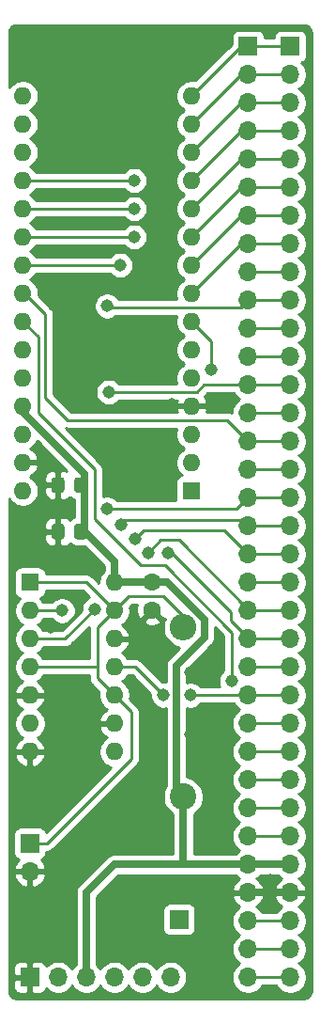
<source format=gbr>
%TF.GenerationSoftware,KiCad,Pcbnew,(5.1.6)-1*%
%TF.CreationDate,2021-03-12T09:15:54-05:00*%
%TF.ProjectId,BallySternArduino,42616c6c-7953-4746-9572-6e4172647569,rev?*%
%TF.SameCoordinates,Original*%
%TF.FileFunction,Copper,L1,Top*%
%TF.FilePolarity,Positive*%
%FSLAX46Y46*%
G04 Gerber Fmt 4.6, Leading zero omitted, Abs format (unit mm)*
G04 Created by KiCad (PCBNEW (5.1.6)-1) date 2021-03-12 09:15:54*
%MOMM*%
%LPD*%
G01*
G04 APERTURE LIST*
%TA.AperFunction,ComponentPad*%
%ADD10R,1.700000X1.700000*%
%TD*%
%TA.AperFunction,ComponentPad*%
%ADD11C,1.600000*%
%TD*%
%TA.AperFunction,ComponentPad*%
%ADD12O,1.700000X1.700000*%
%TD*%
%TA.AperFunction,ComponentPad*%
%ADD13O,1.600000X1.600000*%
%TD*%
%TA.AperFunction,ComponentPad*%
%ADD14R,1.600000X1.600000*%
%TD*%
%TA.AperFunction,ComponentPad*%
%ADD15O,2.400000X2.400000*%
%TD*%
%TA.AperFunction,ComponentPad*%
%ADD16C,2.400000*%
%TD*%
%TA.AperFunction,ViaPad*%
%ADD17C,1.143000*%
%TD*%
%TA.AperFunction,Conductor*%
%ADD18C,0.254000*%
%TD*%
%TA.AperFunction,Conductor*%
%ADD19C,0.635000*%
%TD*%
G04 APERTURE END LIST*
D10*
%TO.P,INTR1,1*%
%TO.N,/INTR*%
X37592000Y-107188000D03*
%TD*%
%TO.P,C3,2*%
%TO.N,GND*%
%TA.AperFunction,SMDPad,CuDef*%
G36*
G01*
X27236000Y-71812999D02*
X27236000Y-72713001D01*
G75*
G02*
X26986001Y-72963000I-249999J0D01*
G01*
X26335999Y-72963000D01*
G75*
G02*
X26086000Y-72713001I0J249999D01*
G01*
X26086000Y-71812999D01*
G75*
G02*
X26335999Y-71563000I249999J0D01*
G01*
X26986001Y-71563000D01*
G75*
G02*
X27236000Y-71812999I0J-249999D01*
G01*
G37*
%TD.AperFunction*%
%TO.P,C3,1*%
%TO.N,+5V*%
%TA.AperFunction,SMDPad,CuDef*%
G36*
G01*
X29286000Y-71812999D02*
X29286000Y-72713001D01*
G75*
G02*
X29036001Y-72963000I-249999J0D01*
G01*
X28385999Y-72963000D01*
G75*
G02*
X28136000Y-72713001I0J249999D01*
G01*
X28136000Y-71812999D01*
G75*
G02*
X28385999Y-71563000I249999J0D01*
G01*
X29036001Y-71563000D01*
G75*
G02*
X29286000Y-71812999I0J-249999D01*
G01*
G37*
%TD.AperFunction*%
%TD*%
D11*
%TO.P,C2,2*%
%TO.N,GND*%
X35179000Y-79335000D03*
%TO.P,C2,1*%
%TO.N,+5V*%
X35179000Y-76835000D03*
%TD*%
%TO.P,C1,2*%
%TO.N,GND*%
%TA.AperFunction,SMDPad,CuDef*%
G36*
G01*
X27236000Y-67621999D02*
X27236000Y-68522001D01*
G75*
G02*
X26986001Y-68772000I-249999J0D01*
G01*
X26335999Y-68772000D01*
G75*
G02*
X26086000Y-68522001I0J249999D01*
G01*
X26086000Y-67621999D01*
G75*
G02*
X26335999Y-67372000I249999J0D01*
G01*
X26986001Y-67372000D01*
G75*
G02*
X27236000Y-67621999I0J-249999D01*
G01*
G37*
%TD.AperFunction*%
%TO.P,C1,1*%
%TO.N,+5V*%
%TA.AperFunction,SMDPad,CuDef*%
G36*
G01*
X29286000Y-67621999D02*
X29286000Y-68522001D01*
G75*
G02*
X29036001Y-68772000I-249999J0D01*
G01*
X28385999Y-68772000D01*
G75*
G02*
X28136000Y-68522001I0J249999D01*
G01*
X28136000Y-67621999D01*
G75*
G02*
X28385999Y-67372000I249999J0D01*
G01*
X29036001Y-67372000D01*
G75*
G02*
X29286000Y-67621999I0J-249999D01*
G01*
G37*
%TD.AperFunction*%
%TD*%
D12*
%TO.P,WaveTrigger1,6*%
%TO.N,Net-(WaveTrigger1-Pad6)*%
X36830000Y-112395000D03*
%TO.P,WaveTrigger1,5*%
%TO.N,Net-(WaveTrigger1-Pad5)*%
X34290000Y-112395000D03*
%TO.P,WaveTrigger1,4*%
%TO.N,/WAVE_TX*%
X31750000Y-112395000D03*
%TO.P,WaveTrigger1,3*%
%TO.N,+5V*%
X29210000Y-112395000D03*
%TO.P,WaveTrigger1,2*%
%TO.N,Net-(WaveTrigger1-Pad2)*%
X26670000Y-112395000D03*
D10*
%TO.P,WaveTrigger1,1*%
%TO.N,GND*%
X24130000Y-112395000D03*
%TD*%
D13*
%TO.P,U1,14*%
%TO.N,+5V*%
X31750000Y-76835000D03*
%TO.P,U1,7*%
%TO.N,GND*%
X24130000Y-92075000D03*
%TO.P,U1,13*%
%TO.N,/MPU_SEL*%
X31750000Y-79375000D03*
%TO.P,U1,6*%
%TO.N,/A12*%
X24130000Y-89535000D03*
%TO.P,U1,12*%
%TO.N,GND*%
X31750000Y-81915000D03*
%TO.P,U1,5*%
X24130000Y-86995000D03*
%TO.P,U1,11*%
%TO.N,/~HLT*%
X31750000Y-84455000D03*
%TO.P,U1,4*%
%TO.N,/MPU_SEL*%
X24130000Y-84455000D03*
%TO.P,U1,10*%
X31750000Y-86995000D03*
%TO.P,U1,3*%
%TO.N,/A5*%
X24130000Y-81915000D03*
%TO.P,U1,9*%
%TO.N,GND*%
X31750000Y-89535000D03*
%TO.P,U1,2*%
%TO.N,/MPU_CTRL*%
X24130000Y-79375000D03*
%TO.P,U1,8*%
%TO.N,/A9*%
X31750000Y-92075000D03*
D14*
%TO.P,U1,1*%
%TO.N,/MPU_SEL*%
X24130000Y-76835000D03*
%TD*%
D15*
%TO.P,R1,2*%
%TO.N,/MPU_SEL*%
X37973000Y-80899000D03*
D16*
%TO.P,R1,1*%
%TO.N,+5V*%
X37973000Y-96139000D03*
%TD*%
D12*
%TO.P,MPU_SEL1,2*%
%TO.N,GND*%
X24130000Y-102870000D03*
D10*
%TO.P,MPU_SEL1,1*%
%TO.N,/MPU_SEL*%
X24130000Y-100330000D03*
%TD*%
D12*
%TO.P,J2,34*%
%TO.N,/INTR*%
X43815000Y-112395000D03*
%TO.P,J2,33*%
%TO.N,/A14*%
X43815000Y-109855000D03*
%TO.P,J2,32*%
%TO.N,/CB1*%
X43815000Y-107315000D03*
%TO.P,J2,31*%
%TO.N,GND*%
X43815000Y-104775000D03*
%TO.P,J2,30*%
%TO.N,+5V*%
X43815000Y-102235000D03*
%TO.P,J2,29*%
%TO.N,/KEY*%
X43815000Y-99695000D03*
%TO.P,J2,28*%
%TO.N,/EXT_MEM*%
X43815000Y-97155000D03*
%TO.P,J2,27*%
%TO.N,/02*%
X43815000Y-94615000D03*
%TO.P,J2,26*%
%TO.N,/VMA*%
X43815000Y-92075000D03*
%TO.P,J2,25*%
%TO.N,/~RES*%
X43815000Y-89535000D03*
%TO.P,J2,24*%
%TO.N,/~HLT*%
X43815000Y-86995000D03*
%TO.P,J2,23*%
%TO.N,/R_W*%
X43815000Y-84455000D03*
%TO.P,J2,22*%
%TO.N,/A0*%
X43815000Y-81915000D03*
%TO.P,J2,21*%
%TO.N,/A1*%
X43815000Y-79375000D03*
%TO.P,J2,20*%
%TO.N,/A2*%
X43815000Y-76835000D03*
%TO.P,J2,19*%
%TO.N,/A3*%
X43815000Y-74295000D03*
%TO.P,J2,18*%
%TO.N,/A4*%
X43815000Y-71755000D03*
%TO.P,J2,17*%
%TO.N,/A5*%
X43815000Y-69215000D03*
%TO.P,J2,16*%
%TO.N,/A6*%
X43815000Y-66675000D03*
%TO.P,J2,15*%
%TO.N,/A7*%
X43815000Y-64135000D03*
%TO.P,J2,14*%
%TO.N,/A8*%
X43815000Y-61595000D03*
%TO.P,J2,13*%
%TO.N,/A9*%
X43815000Y-59055000D03*
%TO.P,J2,12*%
%TO.N,/A10*%
X43815000Y-56515000D03*
%TO.P,J2,11*%
%TO.N,/A11*%
X43815000Y-53975000D03*
%TO.P,J2,10*%
%TO.N,/A12*%
X43815000Y-51435000D03*
%TO.P,J2,9*%
%TO.N,/A13*%
X43815000Y-48895000D03*
%TO.P,J2,8*%
%TO.N,/D0*%
X43815000Y-46355000D03*
%TO.P,J2,7*%
%TO.N,/D1*%
X43815000Y-43815000D03*
%TO.P,J2,6*%
%TO.N,/D2*%
X43815000Y-41275000D03*
%TO.P,J2,5*%
%TO.N,/D3*%
X43815000Y-38735000D03*
%TO.P,J2,4*%
%TO.N,/D4*%
X43815000Y-36195000D03*
%TO.P,J2,3*%
%TO.N,/D5*%
X43815000Y-33655000D03*
%TO.P,J2,2*%
%TO.N,/D6*%
X43815000Y-31115000D03*
D10*
%TO.P,J2,1*%
%TO.N,/D7*%
X43815000Y-28575000D03*
%TD*%
D12*
%TO.P,J1,34*%
%TO.N,/INTR*%
X47625000Y-112395000D03*
%TO.P,J1,33*%
%TO.N,/A14*%
X47625000Y-109855000D03*
%TO.P,J1,32*%
%TO.N,/CB1*%
X47625000Y-107315000D03*
%TO.P,J1,31*%
%TO.N,GND*%
X47625000Y-104775000D03*
%TO.P,J1,30*%
%TO.N,+5V*%
X47625000Y-102235000D03*
%TO.P,J1,29*%
%TO.N,/KEY*%
X47625000Y-99695000D03*
%TO.P,J1,28*%
%TO.N,/EXT_MEM*%
X47625000Y-97155000D03*
%TO.P,J1,27*%
%TO.N,/02*%
X47625000Y-94615000D03*
%TO.P,J1,26*%
%TO.N,/VMA*%
X47625000Y-92075000D03*
%TO.P,J1,25*%
%TO.N,/~RES*%
X47625000Y-89535000D03*
%TO.P,J1,24*%
%TO.N,/~HLT*%
X47625000Y-86995000D03*
%TO.P,J1,23*%
%TO.N,/R_W*%
X47625000Y-84455000D03*
%TO.P,J1,22*%
%TO.N,/A0*%
X47625000Y-81915000D03*
%TO.P,J1,21*%
%TO.N,/A1*%
X47625000Y-79375000D03*
%TO.P,J1,20*%
%TO.N,/A2*%
X47625000Y-76835000D03*
%TO.P,J1,19*%
%TO.N,/A3*%
X47625000Y-74295000D03*
%TO.P,J1,18*%
%TO.N,/A4*%
X47625000Y-71755000D03*
%TO.P,J1,17*%
%TO.N,/A5*%
X47625000Y-69215000D03*
%TO.P,J1,16*%
%TO.N,/A6*%
X47625000Y-66675000D03*
%TO.P,J1,15*%
%TO.N,/A7*%
X47625000Y-64135000D03*
%TO.P,J1,14*%
%TO.N,/A8*%
X47625000Y-61595000D03*
%TO.P,J1,13*%
%TO.N,/A9*%
X47625000Y-59055000D03*
%TO.P,J1,12*%
%TO.N,/A10*%
X47625000Y-56515000D03*
%TO.P,J1,11*%
%TO.N,/A11*%
X47625000Y-53975000D03*
%TO.P,J1,10*%
%TO.N,/A12*%
X47625000Y-51435000D03*
%TO.P,J1,9*%
%TO.N,/A13*%
X47625000Y-48895000D03*
%TO.P,J1,8*%
%TO.N,/D0*%
X47625000Y-46355000D03*
%TO.P,J1,7*%
%TO.N,/D1*%
X47625000Y-43815000D03*
%TO.P,J1,6*%
%TO.N,/D2*%
X47625000Y-41275000D03*
%TO.P,J1,5*%
%TO.N,/D3*%
X47625000Y-38735000D03*
%TO.P,J1,4*%
%TO.N,/D4*%
X47625000Y-36195000D03*
%TO.P,J1,3*%
%TO.N,/D5*%
X47625000Y-33655000D03*
%TO.P,J1,2*%
%TO.N,/D6*%
X47625000Y-31115000D03*
D10*
%TO.P,J1,1*%
%TO.N,/D7*%
X47625000Y-28575000D03*
%TD*%
D13*
%TO.P,ArduinoNanoV3,16*%
%TO.N,/MPU_CTRL*%
X23495000Y-33020000D03*
%TO.P,ArduinoNanoV3,15*%
%TO.N,/D7*%
X38735000Y-33020000D03*
%TO.P,ArduinoNanoV3,30*%
%TO.N,Net-(ArduinoNanoV3-Pad30)*%
X23495000Y-68580000D03*
%TO.P,ArduinoNanoV3,14*%
%TO.N,/D6*%
X38735000Y-35560000D03*
%TO.P,ArduinoNanoV3,29*%
%TO.N,GND*%
X23495000Y-66040000D03*
%TO.P,ArduinoNanoV3,13*%
%TO.N,/D5*%
X38735000Y-38100000D03*
%TO.P,ArduinoNanoV3,28*%
%TO.N,Net-(ArduinoNanoV3-Pad28)*%
X23495000Y-63500000D03*
%TO.P,ArduinoNanoV3,12*%
%TO.N,/D4*%
X38735000Y-40640000D03*
%TO.P,ArduinoNanoV3,27*%
%TO.N,+5V*%
X23495000Y-60960000D03*
%TO.P,ArduinoNanoV3,11*%
%TO.N,/D3*%
X38735000Y-43180000D03*
%TO.P,ArduinoNanoV3,26*%
%TO.N,Net-(ArduinoNanoV3-Pad26)*%
X23495000Y-58420000D03*
%TO.P,ArduinoNanoV3,10*%
%TO.N,/D2*%
X38735000Y-45720000D03*
%TO.P,ArduinoNanoV3,25*%
%TO.N,Net-(ArduinoNanoV3-Pad25)*%
X23495000Y-55880000D03*
%TO.P,ArduinoNanoV3,9*%
%TO.N,/D1*%
X38735000Y-48260000D03*
%TO.P,ArduinoNanoV3,24*%
%TO.N,/VMA*%
X23495000Y-53340000D03*
%TO.P,ArduinoNanoV3,8*%
%TO.N,/D0*%
X38735000Y-50800000D03*
%TO.P,ArduinoNanoV3,23*%
%TO.N,/A7*%
X23495000Y-50800000D03*
%TO.P,ArduinoNanoV3,7*%
%TO.N,/02*%
X38735000Y-53340000D03*
%TO.P,ArduinoNanoV3,22*%
%TO.N,/A4*%
X23495000Y-48260000D03*
%TO.P,ArduinoNanoV3,6*%
%TO.N,/R_W*%
X38735000Y-55880000D03*
%TO.P,ArduinoNanoV3,21*%
%TO.N,/A3*%
X23495000Y-45720000D03*
%TO.P,ArduinoNanoV3,5*%
%TO.N,/INTR*%
X38735000Y-58420000D03*
%TO.P,ArduinoNanoV3,20*%
%TO.N,/A1*%
X23495000Y-43180000D03*
%TO.P,ArduinoNanoV3,4*%
%TO.N,GND*%
X38735000Y-60960000D03*
%TO.P,ArduinoNanoV3,19*%
%TO.N,/A0*%
X23495000Y-40640000D03*
%TO.P,ArduinoNanoV3,3*%
%TO.N,Net-(ArduinoNanoV3-Pad3)*%
X38735000Y-63500000D03*
%TO.P,ArduinoNanoV3,18*%
%TO.N,Net-(ArduinoNanoV3-Pad18)*%
X23495000Y-38100000D03*
%TO.P,ArduinoNanoV3,2*%
%TO.N,Net-(ArduinoNanoV3-Pad2)*%
X38735000Y-66040000D03*
%TO.P,ArduinoNanoV3,17*%
%TO.N,Net-(ArduinoNanoV3-Pad17)*%
X23495000Y-35560000D03*
D14*
%TO.P,ArduinoNanoV3,1*%
%TO.N,/WAVE_TX*%
X38735000Y-68580000D03*
%TD*%
D17*
%TO.N,GND*%
X30861000Y-109220000D03*
X32639000Y-105791000D03*
%TO.N,/MPU_CTRL*%
X27051000Y-79375000D03*
%TO.N,GND*%
X36957000Y-57150000D03*
X25019000Y-72263000D03*
X35179000Y-81407000D03*
X36957000Y-54610000D03*
X23241000Y-27559000D03*
X40259000Y-112395000D03*
X24130000Y-107315000D03*
X45847000Y-104775000D03*
X41211500Y-27305000D03*
X26543000Y-83185000D03*
X26035000Y-80899000D03*
X36957000Y-60833000D03*
X36957000Y-67183000D03*
X38608000Y-90551000D03*
X38608000Y-84963000D03*
X42037000Y-103759000D03*
X42037000Y-106045000D03*
X42037000Y-108585000D03*
X45847000Y-106045000D03*
X45847000Y-103632000D03*
X30861000Y-107442000D03*
X30861000Y-105791000D03*
X32639000Y-103886000D03*
X34417000Y-103886000D03*
X36195000Y-103886000D03*
X34417000Y-105791000D03*
X32639000Y-107442000D03*
X25654000Y-107315000D03*
X24130000Y-108966000D03*
X25654000Y-108966000D03*
%TO.N,/VMA*%
X42354510Y-85725000D03*
%TO.N,/A4*%
X32258008Y-48260000D03*
X32385000Y-71628000D03*
%TO.N,/A3*%
X33528000Y-45720000D03*
X33591490Y-72897996D03*
%TO.N,/A1*%
X34798000Y-74168000D03*
X33528000Y-43180000D03*
%TO.N,/A0*%
X33527996Y-40640000D03*
X36575996Y-74168000D03*
%TO.N,/02*%
X40513000Y-57658000D03*
%TO.N,/~HLT*%
X36195000Y-86995000D03*
X38608000Y-86995004D03*
%TO.N,/A5*%
X29972000Y-79248012D03*
X31115000Y-70231000D03*
%TO.N,/A9*%
X31242000Y-59690000D03*
%TO.N,/A12*%
X31115000Y-51943010D03*
%TD*%
D18*
%TO.N,/MPU_CTRL*%
X24130000Y-79375000D02*
X27051000Y-79375000D01*
%TO.N,/D7*%
X43815000Y-28575000D02*
X47625000Y-28575000D01*
X43180000Y-28575000D02*
X43815000Y-28575000D01*
X38735000Y-33020000D02*
X43180000Y-28575000D01*
%TO.N,/D6*%
X43815000Y-31115000D02*
X47625000Y-31115000D01*
X43180000Y-31115000D02*
X43815000Y-31115000D01*
X38735000Y-35560000D02*
X43180000Y-31115000D01*
D19*
%TO.N,GND*%
X43815000Y-104775000D02*
X45847000Y-104775000D01*
X45847000Y-104775000D02*
X47625000Y-104775000D01*
D18*
%TO.N,/D5*%
X43815000Y-33655000D02*
X47625000Y-33655000D01*
X43180000Y-33655000D02*
X43815000Y-33655000D01*
X38735000Y-38100000D02*
X43180000Y-33655000D01*
%TO.N,/D4*%
X43815000Y-36195000D02*
X47625000Y-36195000D01*
X43180000Y-36195000D02*
X43815000Y-36195000D01*
X38735000Y-40640000D02*
X43180000Y-36195000D01*
D19*
%TO.N,+5V*%
X43815000Y-102235000D02*
X47625000Y-102235000D01*
X29210000Y-104775000D02*
X29210000Y-112395000D01*
X31750000Y-102235000D02*
X29210000Y-104775000D01*
X37465000Y-102235000D02*
X31750000Y-102235000D01*
X29083000Y-67058178D02*
X23495000Y-61470178D01*
X23495000Y-61470178D02*
X23495000Y-60960000D01*
X43815000Y-102235000D02*
X37846000Y-102235000D01*
X37846000Y-102235000D02*
X37465000Y-102235000D01*
X28711000Y-68072000D02*
X29083000Y-68072000D01*
X29083000Y-68072000D02*
X29083000Y-67058178D01*
X28711000Y-72263000D02*
X28956000Y-72263000D01*
X28956000Y-72263000D02*
X29083000Y-72136000D01*
X29083000Y-72136000D02*
X29083000Y-68072000D01*
X31750000Y-76835000D02*
X35179000Y-76835000D01*
X37973000Y-102108000D02*
X37846000Y-102235000D01*
X37973000Y-96139000D02*
X37973000Y-102108000D01*
X31750000Y-76835000D02*
X31750000Y-74930000D01*
X29083000Y-72263000D02*
X29083000Y-72136000D01*
X31750000Y-74930000D02*
X29083000Y-72263000D01*
X37338000Y-95504000D02*
X37973000Y-96139000D01*
X36530822Y-76835000D02*
X39878000Y-80182178D01*
X35179000Y-76835000D02*
X36530822Y-76835000D01*
X39878000Y-80182178D02*
X39878000Y-81788000D01*
X37338000Y-84328000D02*
X37338000Y-95504000D01*
X39878000Y-81788000D02*
X37338000Y-84328000D01*
D18*
%TO.N,/D3*%
X43815000Y-38735000D02*
X47625000Y-38735000D01*
X43180000Y-38735000D02*
X43815000Y-38735000D01*
X38735000Y-43180000D02*
X43180000Y-38735000D01*
%TO.N,/D2*%
X43815000Y-41275000D02*
X47625000Y-41275000D01*
X43180000Y-41275000D02*
X43815000Y-41275000D01*
X38735000Y-45720000D02*
X43180000Y-41275000D01*
%TO.N,/D1*%
X43815000Y-43815000D02*
X47625000Y-43815000D01*
X43180000Y-43815000D02*
X43815000Y-43815000D01*
X38735000Y-48260000D02*
X43180000Y-43815000D01*
%TO.N,/VMA*%
X43815000Y-92075000D02*
X47625000Y-92075000D01*
X23495000Y-53340000D02*
X24892000Y-54737000D01*
X24892000Y-61595000D02*
X29972000Y-66675000D01*
X34163000Y-75311000D02*
X36322000Y-75311000D01*
X42354510Y-81343510D02*
X42354510Y-85725000D01*
X29972000Y-71120000D02*
X34163000Y-75311000D01*
X24892000Y-54737000D02*
X24892000Y-61595000D01*
X29972000Y-66675000D02*
X29972000Y-71120000D01*
X36322000Y-75311000D02*
X42354510Y-81343510D01*
%TO.N,/D0*%
X43815000Y-46355000D02*
X47625000Y-46355000D01*
X43180000Y-46355000D02*
X43815000Y-46355000D01*
X38735000Y-50800000D02*
X43180000Y-46355000D01*
%TO.N,/A7*%
X43815000Y-64135000D02*
X47625000Y-64135000D01*
X23622000Y-50800000D02*
X23495000Y-50800000D01*
X41910000Y-62230000D02*
X27559000Y-62230000D01*
X43815000Y-64135000D02*
X41910000Y-62230000D01*
X25527000Y-52705000D02*
X23622000Y-50800000D01*
X27559000Y-62230000D02*
X25527000Y-60198000D01*
X25527000Y-60198000D02*
X25527000Y-52705000D01*
%TO.N,/A4*%
X43815000Y-71755000D02*
X47625000Y-71755000D01*
X30861000Y-48260000D02*
X32258008Y-48260000D01*
X23495000Y-48260000D02*
X30861000Y-48260000D01*
X32385000Y-71247000D02*
X32385000Y-71628000D01*
X43815000Y-71755000D02*
X43307000Y-71247000D01*
X43307000Y-71247000D02*
X32385000Y-71247000D01*
%TO.N,/R_W*%
X43815000Y-84455000D02*
X47625000Y-84455000D01*
%TO.N,/A3*%
X43815000Y-74295000D02*
X47625000Y-74295000D01*
X23495000Y-45720000D02*
X33528000Y-45720000D01*
X34353486Y-72136000D02*
X33591490Y-72897996D01*
X43815000Y-74295000D02*
X41656000Y-72136000D01*
X41656000Y-72136000D02*
X34353486Y-72136000D01*
%TO.N,/INTR*%
X43815000Y-112395000D02*
X47625000Y-112395000D01*
%TO.N,/A1*%
X43815000Y-79375000D02*
X47625000Y-79375000D01*
X23495000Y-43180000D02*
X33528000Y-43180000D01*
X37592000Y-73025000D02*
X35941000Y-73025000D01*
X35941000Y-73025000D02*
X34798000Y-74168000D01*
X43815000Y-79375000D02*
X43815000Y-79248000D01*
X43815000Y-79248000D02*
X37592000Y-73025000D01*
%TO.N,/A0*%
X43815000Y-81915000D02*
X47625000Y-81915000D01*
X24626370Y-40640000D02*
X33527996Y-40640000D01*
X23495000Y-40640000D02*
X24626370Y-40640000D01*
X42291000Y-79502000D02*
X36957000Y-74168000D01*
X42291000Y-80264000D02*
X42291000Y-79502000D01*
X43815000Y-81915000D02*
X43815000Y-81788000D01*
X36957000Y-74168000D02*
X36575996Y-74168000D01*
X43815000Y-81788000D02*
X42291000Y-80264000D01*
%TO.N,/A14*%
X43815000Y-109855000D02*
X47625000Y-109855000D01*
%TO.N,/CB1*%
X43815000Y-107315000D02*
X47625000Y-107315000D01*
%TO.N,/KEY*%
X43815000Y-99695000D02*
X47625000Y-99695000D01*
%TO.N,/EXT_MEM*%
X43815000Y-97155000D02*
X47625000Y-97155000D01*
%TO.N,/02*%
X43815000Y-94615000D02*
X47625000Y-94615000D01*
X40513000Y-55118000D02*
X40513000Y-57658000D01*
X38735000Y-53340000D02*
X40513000Y-55118000D01*
%TO.N,/~RES*%
X43815000Y-89535000D02*
X47625000Y-89535000D01*
%TO.N,/~HLT*%
X43815000Y-86995000D02*
X47625000Y-86995000D01*
X33655000Y-84455000D02*
X36195000Y-86995000D01*
X31750000Y-84455000D02*
X33655000Y-84455000D01*
X43815000Y-86995000D02*
X38608004Y-86995000D01*
X38608004Y-86995000D02*
X38608000Y-86995004D01*
%TO.N,/A2*%
X43815000Y-76835000D02*
X47625000Y-76835000D01*
%TO.N,/A5*%
X43815000Y-69215000D02*
X47625000Y-69215000D01*
X24130000Y-81915000D02*
X27305012Y-81915000D01*
X27305012Y-81915000D02*
X29972000Y-79248012D01*
X42799000Y-70231000D02*
X31115000Y-70231000D01*
X43815000Y-69215000D02*
X42799000Y-70231000D01*
%TO.N,/A6*%
X43815000Y-66675000D02*
X47625000Y-66675000D01*
%TO.N,/A8*%
X43815000Y-61595000D02*
X47625000Y-61595000D01*
%TO.N,/A9*%
X43815000Y-59055000D02*
X47625000Y-59055000D01*
X39847882Y-59055000D02*
X39212882Y-59690000D01*
X39212882Y-59690000D02*
X31242000Y-59690000D01*
X43815000Y-59055000D02*
X39847882Y-59055000D01*
%TO.N,/A10*%
X43815000Y-56515000D02*
X47625000Y-56515000D01*
%TO.N,/A11*%
X43815000Y-53975000D02*
X47625000Y-53975000D01*
%TO.N,/A12*%
X43815000Y-51435000D02*
X47625000Y-51435000D01*
X43815000Y-51435000D02*
X43179998Y-52070002D01*
X31241992Y-52070002D02*
X31115000Y-51943010D01*
X43179998Y-52070002D02*
X31241992Y-52070002D01*
%TO.N,/A13*%
X43815000Y-48895000D02*
X47625000Y-48895000D01*
%TO.N,/MPU_SEL*%
X29210000Y-76835000D02*
X31750000Y-79375000D01*
X24130000Y-76835000D02*
X29210000Y-76835000D01*
X30226000Y-85471000D02*
X31750000Y-86995000D01*
X31750000Y-79375000D02*
X30226000Y-80899000D01*
X24130000Y-84455000D02*
X30226000Y-84455000D01*
X30226000Y-80899000D02*
X30226000Y-84455000D01*
X30226000Y-84455000D02*
X30226000Y-85471000D01*
X37680999Y-80606999D02*
X37973000Y-80899000D01*
X37973000Y-79883000D02*
X37973000Y-80899000D01*
X36195000Y-78105000D02*
X37973000Y-79883000D01*
X31750000Y-79375000D02*
X33020000Y-78105000D01*
X33020000Y-78105000D02*
X36195000Y-78105000D01*
X33274000Y-88519000D02*
X31750000Y-86995000D01*
X33274000Y-92710000D02*
X33274000Y-88519000D01*
X24130000Y-100330000D02*
X25654000Y-100330000D01*
X25654000Y-100330000D02*
X33274000Y-92710000D01*
%TD*%
%TO.N,GND*%
G36*
X49012869Y-26709722D02*
G01*
X49126246Y-26743953D01*
X49230819Y-26799555D01*
X49322596Y-26874407D01*
X49398091Y-26965664D01*
X49454419Y-27069844D01*
X49489440Y-27182976D01*
X49505000Y-27331022D01*
X49505001Y-113632711D01*
X49490278Y-113782869D01*
X49456047Y-113896246D01*
X49400446Y-114000817D01*
X49325594Y-114092595D01*
X49234335Y-114168091D01*
X49130160Y-114224419D01*
X49017024Y-114259440D01*
X48868979Y-114275000D01*
X22892279Y-114275000D01*
X22742131Y-114260278D01*
X22628754Y-114226047D01*
X22524183Y-114170446D01*
X22432405Y-114095594D01*
X22356909Y-114004335D01*
X22300581Y-113900160D01*
X22265560Y-113787024D01*
X22250000Y-113638979D01*
X22250000Y-113245000D01*
X22641928Y-113245000D01*
X22654188Y-113369482D01*
X22690498Y-113489180D01*
X22749463Y-113599494D01*
X22828815Y-113696185D01*
X22925506Y-113775537D01*
X23035820Y-113834502D01*
X23155518Y-113870812D01*
X23280000Y-113883072D01*
X23844250Y-113880000D01*
X24003000Y-113721250D01*
X24003000Y-112522000D01*
X22803750Y-112522000D01*
X22645000Y-112680750D01*
X22641928Y-113245000D01*
X22250000Y-113245000D01*
X22250000Y-111545000D01*
X22641928Y-111545000D01*
X22645000Y-112109250D01*
X22803750Y-112268000D01*
X24003000Y-112268000D01*
X24003000Y-111068750D01*
X23844250Y-110910000D01*
X23280000Y-110906928D01*
X23155518Y-110919188D01*
X23035820Y-110955498D01*
X22925506Y-111014463D01*
X22828815Y-111093815D01*
X22749463Y-111190506D01*
X22690498Y-111300820D01*
X22654188Y-111420518D01*
X22641928Y-111545000D01*
X22250000Y-111545000D01*
X22250000Y-103226890D01*
X22688524Y-103226890D01*
X22733175Y-103374099D01*
X22858359Y-103636920D01*
X23032412Y-103870269D01*
X23248645Y-104065178D01*
X23498748Y-104214157D01*
X23773109Y-104311481D01*
X24003000Y-104190814D01*
X24003000Y-102997000D01*
X24257000Y-102997000D01*
X24257000Y-104190814D01*
X24486891Y-104311481D01*
X24761252Y-104214157D01*
X25011355Y-104065178D01*
X25227588Y-103870269D01*
X25401641Y-103636920D01*
X25526825Y-103374099D01*
X25571476Y-103226890D01*
X25450155Y-102997000D01*
X24257000Y-102997000D01*
X24003000Y-102997000D01*
X22809845Y-102997000D01*
X22688524Y-103226890D01*
X22250000Y-103226890D01*
X22250000Y-92424039D01*
X22738096Y-92424039D01*
X22778754Y-92558087D01*
X22898963Y-92812420D01*
X23066481Y-93038414D01*
X23274869Y-93227385D01*
X23516119Y-93372070D01*
X23780960Y-93466909D01*
X24003000Y-93345624D01*
X24003000Y-92202000D01*
X24257000Y-92202000D01*
X24257000Y-93345624D01*
X24479040Y-93466909D01*
X24743881Y-93372070D01*
X24985131Y-93227385D01*
X25193519Y-93038414D01*
X25361037Y-92812420D01*
X25481246Y-92558087D01*
X25521904Y-92424039D01*
X25399915Y-92202000D01*
X24257000Y-92202000D01*
X24003000Y-92202000D01*
X22860085Y-92202000D01*
X22738096Y-92424039D01*
X22250000Y-92424039D01*
X22250000Y-89393665D01*
X22695000Y-89393665D01*
X22695000Y-89676335D01*
X22750147Y-89953574D01*
X22858320Y-90214727D01*
X23015363Y-90449759D01*
X23215241Y-90649637D01*
X23450273Y-90806680D01*
X23460865Y-90811067D01*
X23274869Y-90922615D01*
X23066481Y-91111586D01*
X22898963Y-91337580D01*
X22778754Y-91591913D01*
X22738096Y-91725961D01*
X22860085Y-91948000D01*
X24003000Y-91948000D01*
X24003000Y-91928000D01*
X24257000Y-91928000D01*
X24257000Y-91948000D01*
X25399915Y-91948000D01*
X25521904Y-91725961D01*
X25481246Y-91591913D01*
X25361037Y-91337580D01*
X25193519Y-91111586D01*
X24985131Y-90922615D01*
X24799135Y-90811067D01*
X24809727Y-90806680D01*
X25044759Y-90649637D01*
X25244637Y-90449759D01*
X25401680Y-90214727D01*
X25509853Y-89953574D01*
X25565000Y-89676335D01*
X25565000Y-89393665D01*
X25509853Y-89116426D01*
X25401680Y-88855273D01*
X25244637Y-88620241D01*
X25044759Y-88420363D01*
X24809727Y-88263320D01*
X24799135Y-88258933D01*
X24985131Y-88147385D01*
X25193519Y-87958414D01*
X25361037Y-87732420D01*
X25481246Y-87478087D01*
X25521904Y-87344039D01*
X25399915Y-87122000D01*
X24257000Y-87122000D01*
X24257000Y-87142000D01*
X24003000Y-87142000D01*
X24003000Y-87122000D01*
X22860085Y-87122000D01*
X22738096Y-87344039D01*
X22778754Y-87478087D01*
X22898963Y-87732420D01*
X23066481Y-87958414D01*
X23274869Y-88147385D01*
X23460865Y-88258933D01*
X23450273Y-88263320D01*
X23215241Y-88420363D01*
X23015363Y-88620241D01*
X22858320Y-88855273D01*
X22750147Y-89116426D01*
X22695000Y-89393665D01*
X22250000Y-89393665D01*
X22250000Y-72963000D01*
X25447928Y-72963000D01*
X25460188Y-73087482D01*
X25496498Y-73207180D01*
X25555463Y-73317494D01*
X25634815Y-73414185D01*
X25731506Y-73493537D01*
X25841820Y-73552502D01*
X25961518Y-73588812D01*
X26086000Y-73601072D01*
X26375250Y-73598000D01*
X26534000Y-73439250D01*
X26534000Y-72390000D01*
X25609750Y-72390000D01*
X25451000Y-72548750D01*
X25447928Y-72963000D01*
X22250000Y-72963000D01*
X22250000Y-71563000D01*
X25447928Y-71563000D01*
X25451000Y-71977250D01*
X25609750Y-72136000D01*
X26534000Y-72136000D01*
X26534000Y-71086750D01*
X26375250Y-70928000D01*
X26086000Y-70924928D01*
X25961518Y-70937188D01*
X25841820Y-70973498D01*
X25731506Y-71032463D01*
X25634815Y-71111815D01*
X25555463Y-71208506D01*
X25496498Y-71318820D01*
X25460188Y-71438518D01*
X25447928Y-71563000D01*
X22250000Y-71563000D01*
X22250000Y-69299657D01*
X22380363Y-69494759D01*
X22580241Y-69694637D01*
X22815273Y-69851680D01*
X23076426Y-69959853D01*
X23353665Y-70015000D01*
X23636335Y-70015000D01*
X23913574Y-69959853D01*
X24174727Y-69851680D01*
X24409759Y-69694637D01*
X24609637Y-69494759D01*
X24766680Y-69259727D01*
X24874853Y-68998574D01*
X24919921Y-68772000D01*
X25447928Y-68772000D01*
X25460188Y-68896482D01*
X25496498Y-69016180D01*
X25555463Y-69126494D01*
X25634815Y-69223185D01*
X25731506Y-69302537D01*
X25841820Y-69361502D01*
X25961518Y-69397812D01*
X26086000Y-69410072D01*
X26375250Y-69407000D01*
X26534000Y-69248250D01*
X26534000Y-68199000D01*
X25609750Y-68199000D01*
X25451000Y-68357750D01*
X25447928Y-68772000D01*
X24919921Y-68772000D01*
X24930000Y-68721335D01*
X24930000Y-68438665D01*
X24874853Y-68161426D01*
X24766680Y-67900273D01*
X24609637Y-67665241D01*
X24409759Y-67465363D01*
X24270032Y-67372000D01*
X25447928Y-67372000D01*
X25451000Y-67786250D01*
X25609750Y-67945000D01*
X26534000Y-67945000D01*
X26534000Y-66895750D01*
X26375250Y-66737000D01*
X26086000Y-66733928D01*
X25961518Y-66746188D01*
X25841820Y-66782498D01*
X25731506Y-66841463D01*
X25634815Y-66920815D01*
X25555463Y-67017506D01*
X25496498Y-67127820D01*
X25460188Y-67247518D01*
X25447928Y-67372000D01*
X24270032Y-67372000D01*
X24174727Y-67308320D01*
X24164135Y-67303933D01*
X24350131Y-67192385D01*
X24558519Y-67003414D01*
X24726037Y-66777420D01*
X24846246Y-66523087D01*
X24886904Y-66389039D01*
X24764915Y-66167000D01*
X23622000Y-66167000D01*
X23622000Y-66187000D01*
X23368000Y-66187000D01*
X23368000Y-66167000D01*
X23348000Y-66167000D01*
X23348000Y-65913000D01*
X23368000Y-65913000D01*
X23368000Y-65893000D01*
X23622000Y-65893000D01*
X23622000Y-65913000D01*
X24764915Y-65913000D01*
X24886904Y-65690961D01*
X24846246Y-65556913D01*
X24726037Y-65302580D01*
X24558519Y-65076586D01*
X24350131Y-64887615D01*
X24164135Y-64776067D01*
X24174727Y-64771680D01*
X24409759Y-64614637D01*
X24609637Y-64414759D01*
X24766680Y-64179727D01*
X24793284Y-64115500D01*
X27451618Y-66773834D01*
X27360482Y-66746188D01*
X27236000Y-66733928D01*
X26946750Y-66737000D01*
X26788000Y-66895750D01*
X26788000Y-67945000D01*
X26808000Y-67945000D01*
X26808000Y-68199000D01*
X26788000Y-68199000D01*
X26788000Y-69248250D01*
X26946750Y-69407000D01*
X27236000Y-69410072D01*
X27360482Y-69397812D01*
X27480180Y-69361502D01*
X27590494Y-69302537D01*
X27687185Y-69223185D01*
X27752658Y-69143406D01*
X27758038Y-69149962D01*
X27892613Y-69260405D01*
X28046149Y-69342472D01*
X28130501Y-69368060D01*
X28130500Y-70966940D01*
X28046149Y-70992528D01*
X27892613Y-71074595D01*
X27758038Y-71185038D01*
X27752658Y-71191594D01*
X27687185Y-71111815D01*
X27590494Y-71032463D01*
X27480180Y-70973498D01*
X27360482Y-70937188D01*
X27236000Y-70924928D01*
X26946750Y-70928000D01*
X26788000Y-71086750D01*
X26788000Y-72136000D01*
X26808000Y-72136000D01*
X26808000Y-72390000D01*
X26788000Y-72390000D01*
X26788000Y-73439250D01*
X26946750Y-73598000D01*
X27236000Y-73601072D01*
X27360482Y-73588812D01*
X27480180Y-73552502D01*
X27590494Y-73493537D01*
X27687185Y-73414185D01*
X27752658Y-73334406D01*
X27758038Y-73340962D01*
X27892613Y-73451405D01*
X28046149Y-73533472D01*
X28212745Y-73584008D01*
X28385999Y-73601072D01*
X29036001Y-73601072D01*
X29070624Y-73597662D01*
X30797501Y-75324539D01*
X30797501Y-75758103D01*
X30635363Y-75920241D01*
X30478320Y-76155273D01*
X30370147Y-76416426D01*
X30315000Y-76693665D01*
X30315000Y-76862370D01*
X29775284Y-76322654D01*
X29751422Y-76293578D01*
X29635392Y-76198355D01*
X29503015Y-76127598D01*
X29359378Y-76084026D01*
X29247426Y-76073000D01*
X29247423Y-76073000D01*
X29210000Y-76069314D01*
X29172577Y-76073000D01*
X25568072Y-76073000D01*
X25568072Y-76035000D01*
X25555812Y-75910518D01*
X25519502Y-75790820D01*
X25460537Y-75680506D01*
X25381185Y-75583815D01*
X25284494Y-75504463D01*
X25174180Y-75445498D01*
X25054482Y-75409188D01*
X24930000Y-75396928D01*
X23330000Y-75396928D01*
X23205518Y-75409188D01*
X23085820Y-75445498D01*
X22975506Y-75504463D01*
X22878815Y-75583815D01*
X22799463Y-75680506D01*
X22740498Y-75790820D01*
X22704188Y-75910518D01*
X22691928Y-76035000D01*
X22691928Y-77635000D01*
X22704188Y-77759482D01*
X22740498Y-77879180D01*
X22799463Y-77989494D01*
X22878815Y-78086185D01*
X22975506Y-78165537D01*
X23085820Y-78224502D01*
X23205518Y-78260812D01*
X23213961Y-78261643D01*
X23015363Y-78460241D01*
X22858320Y-78695273D01*
X22750147Y-78956426D01*
X22695000Y-79233665D01*
X22695000Y-79516335D01*
X22750147Y-79793574D01*
X22858320Y-80054727D01*
X23015363Y-80289759D01*
X23215241Y-80489637D01*
X23447759Y-80645000D01*
X23215241Y-80800363D01*
X23015363Y-81000241D01*
X22858320Y-81235273D01*
X22750147Y-81496426D01*
X22695000Y-81773665D01*
X22695000Y-82056335D01*
X22750147Y-82333574D01*
X22858320Y-82594727D01*
X23015363Y-82829759D01*
X23215241Y-83029637D01*
X23447759Y-83185000D01*
X23215241Y-83340363D01*
X23015363Y-83540241D01*
X22858320Y-83775273D01*
X22750147Y-84036426D01*
X22695000Y-84313665D01*
X22695000Y-84596335D01*
X22750147Y-84873574D01*
X22858320Y-85134727D01*
X23015363Y-85369759D01*
X23215241Y-85569637D01*
X23450273Y-85726680D01*
X23460865Y-85731067D01*
X23274869Y-85842615D01*
X23066481Y-86031586D01*
X22898963Y-86257580D01*
X22778754Y-86511913D01*
X22738096Y-86645961D01*
X22860085Y-86868000D01*
X24003000Y-86868000D01*
X24003000Y-86848000D01*
X24257000Y-86848000D01*
X24257000Y-86868000D01*
X25399915Y-86868000D01*
X25521904Y-86645961D01*
X25481246Y-86511913D01*
X25361037Y-86257580D01*
X25193519Y-86031586D01*
X24985131Y-85842615D01*
X24799135Y-85731067D01*
X24809727Y-85726680D01*
X25044759Y-85569637D01*
X25244637Y-85369759D01*
X25346707Y-85217000D01*
X29464001Y-85217000D01*
X29464001Y-85433567D01*
X29460314Y-85471000D01*
X29475027Y-85620378D01*
X29518599Y-85764015D01*
X29589355Y-85896392D01*
X29660721Y-85983351D01*
X29684579Y-86012422D01*
X29713649Y-86036279D01*
X30350843Y-86673473D01*
X30315000Y-86853665D01*
X30315000Y-87136335D01*
X30370147Y-87413574D01*
X30478320Y-87674727D01*
X30635363Y-87909759D01*
X30835241Y-88109637D01*
X31070273Y-88266680D01*
X31080865Y-88271067D01*
X30894869Y-88382615D01*
X30686481Y-88571586D01*
X30518963Y-88797580D01*
X30398754Y-89051913D01*
X30358096Y-89185961D01*
X30480085Y-89408000D01*
X31623000Y-89408000D01*
X31623000Y-89388000D01*
X31877000Y-89388000D01*
X31877000Y-89408000D01*
X31897000Y-89408000D01*
X31897000Y-89662000D01*
X31877000Y-89662000D01*
X31877000Y-89682000D01*
X31623000Y-89682000D01*
X31623000Y-89662000D01*
X30480085Y-89662000D01*
X30358096Y-89884039D01*
X30398754Y-90018087D01*
X30518963Y-90272420D01*
X30686481Y-90498414D01*
X30894869Y-90687385D01*
X31080865Y-90798933D01*
X31070273Y-90803320D01*
X30835241Y-90960363D01*
X30635363Y-91160241D01*
X30478320Y-91395273D01*
X30370147Y-91656426D01*
X30315000Y-91933665D01*
X30315000Y-92216335D01*
X30370147Y-92493574D01*
X30478320Y-92754727D01*
X30635363Y-92989759D01*
X30835241Y-93189637D01*
X31070273Y-93346680D01*
X31331426Y-93454853D01*
X31431592Y-93474777D01*
X25593020Y-99313350D01*
X25569502Y-99235820D01*
X25510537Y-99125506D01*
X25431185Y-99028815D01*
X25334494Y-98949463D01*
X25224180Y-98890498D01*
X25104482Y-98854188D01*
X24980000Y-98841928D01*
X23280000Y-98841928D01*
X23155518Y-98854188D01*
X23035820Y-98890498D01*
X22925506Y-98949463D01*
X22828815Y-99028815D01*
X22749463Y-99125506D01*
X22690498Y-99235820D01*
X22654188Y-99355518D01*
X22641928Y-99480000D01*
X22641928Y-101180000D01*
X22654188Y-101304482D01*
X22690498Y-101424180D01*
X22749463Y-101534494D01*
X22828815Y-101631185D01*
X22925506Y-101710537D01*
X23035820Y-101769502D01*
X23116466Y-101793966D01*
X23032412Y-101869731D01*
X22858359Y-102103080D01*
X22733175Y-102365901D01*
X22688524Y-102513110D01*
X22809845Y-102743000D01*
X24003000Y-102743000D01*
X24003000Y-102723000D01*
X24257000Y-102723000D01*
X24257000Y-102743000D01*
X25450155Y-102743000D01*
X25571476Y-102513110D01*
X25526825Y-102365901D01*
X25401641Y-102103080D01*
X25227588Y-101869731D01*
X25143534Y-101793966D01*
X25224180Y-101769502D01*
X25334494Y-101710537D01*
X25431185Y-101631185D01*
X25510537Y-101534494D01*
X25569502Y-101424180D01*
X25605812Y-101304482D01*
X25618072Y-101180000D01*
X25618072Y-101092147D01*
X25654000Y-101095686D01*
X25691423Y-101092000D01*
X25691426Y-101092000D01*
X25803378Y-101080974D01*
X25947015Y-101037402D01*
X26079392Y-100966645D01*
X26195422Y-100871422D01*
X26219284Y-100842346D01*
X33786353Y-93275278D01*
X33815422Y-93251422D01*
X33910645Y-93135392D01*
X33981402Y-93003015D01*
X34024974Y-92859378D01*
X34036000Y-92747426D01*
X34036000Y-92747424D01*
X34039686Y-92710001D01*
X34036000Y-92672578D01*
X34036000Y-88556422D01*
X34039686Y-88518999D01*
X34035845Y-88480000D01*
X34024974Y-88369622D01*
X33981402Y-88225985D01*
X33910645Y-88093608D01*
X33815422Y-87977578D01*
X33786352Y-87953721D01*
X33149157Y-87316527D01*
X33185000Y-87136335D01*
X33185000Y-86853665D01*
X33129853Y-86576426D01*
X33021680Y-86315273D01*
X32864637Y-86080241D01*
X32664759Y-85880363D01*
X32432241Y-85725000D01*
X32664759Y-85569637D01*
X32864637Y-85369759D01*
X32966707Y-85217000D01*
X33339370Y-85217000D01*
X34990166Y-86867796D01*
X34988500Y-86876170D01*
X34988500Y-87113830D01*
X35034865Y-87346923D01*
X35125813Y-87566492D01*
X35257850Y-87764099D01*
X35425901Y-87932150D01*
X35623508Y-88064187D01*
X35843077Y-88155135D01*
X36076170Y-88201500D01*
X36313830Y-88201500D01*
X36385500Y-88187244D01*
X36385501Y-95211947D01*
X36346844Y-95269801D01*
X36208518Y-95603750D01*
X36138000Y-95958268D01*
X36138000Y-96319732D01*
X36208518Y-96674250D01*
X36346844Y-97008199D01*
X36547662Y-97308744D01*
X36803256Y-97564338D01*
X37020500Y-97709496D01*
X37020501Y-101282500D01*
X31796784Y-101282500D01*
X31749999Y-101277892D01*
X31563277Y-101296283D01*
X31383731Y-101350748D01*
X31218259Y-101439194D01*
X31073222Y-101558222D01*
X31043393Y-101594569D01*
X28569569Y-104068393D01*
X28533222Y-104098222D01*
X28414194Y-104243259D01*
X28325748Y-104408732D01*
X28271283Y-104588277D01*
X28271283Y-104588278D01*
X28252892Y-104775000D01*
X28257500Y-104821785D01*
X28257501Y-111247392D01*
X28056525Y-111448368D01*
X27940000Y-111622760D01*
X27823475Y-111448368D01*
X27616632Y-111241525D01*
X27373411Y-111079010D01*
X27103158Y-110967068D01*
X26816260Y-110910000D01*
X26523740Y-110910000D01*
X26236842Y-110967068D01*
X25966589Y-111079010D01*
X25723368Y-111241525D01*
X25591513Y-111373380D01*
X25569502Y-111300820D01*
X25510537Y-111190506D01*
X25431185Y-111093815D01*
X25334494Y-111014463D01*
X25224180Y-110955498D01*
X25104482Y-110919188D01*
X24980000Y-110906928D01*
X24415750Y-110910000D01*
X24257000Y-111068750D01*
X24257000Y-112268000D01*
X24277000Y-112268000D01*
X24277000Y-112522000D01*
X24257000Y-112522000D01*
X24257000Y-113721250D01*
X24415750Y-113880000D01*
X24980000Y-113883072D01*
X25104482Y-113870812D01*
X25224180Y-113834502D01*
X25334494Y-113775537D01*
X25431185Y-113696185D01*
X25510537Y-113599494D01*
X25569502Y-113489180D01*
X25591513Y-113416620D01*
X25723368Y-113548475D01*
X25966589Y-113710990D01*
X26236842Y-113822932D01*
X26523740Y-113880000D01*
X26816260Y-113880000D01*
X27103158Y-113822932D01*
X27373411Y-113710990D01*
X27616632Y-113548475D01*
X27823475Y-113341632D01*
X27940000Y-113167240D01*
X28056525Y-113341632D01*
X28263368Y-113548475D01*
X28506589Y-113710990D01*
X28776842Y-113822932D01*
X29063740Y-113880000D01*
X29356260Y-113880000D01*
X29643158Y-113822932D01*
X29913411Y-113710990D01*
X30156632Y-113548475D01*
X30363475Y-113341632D01*
X30480000Y-113167240D01*
X30596525Y-113341632D01*
X30803368Y-113548475D01*
X31046589Y-113710990D01*
X31316842Y-113822932D01*
X31603740Y-113880000D01*
X31896260Y-113880000D01*
X32183158Y-113822932D01*
X32453411Y-113710990D01*
X32696632Y-113548475D01*
X32903475Y-113341632D01*
X33020000Y-113167240D01*
X33136525Y-113341632D01*
X33343368Y-113548475D01*
X33586589Y-113710990D01*
X33856842Y-113822932D01*
X34143740Y-113880000D01*
X34436260Y-113880000D01*
X34723158Y-113822932D01*
X34993411Y-113710990D01*
X35236632Y-113548475D01*
X35443475Y-113341632D01*
X35560000Y-113167240D01*
X35676525Y-113341632D01*
X35883368Y-113548475D01*
X36126589Y-113710990D01*
X36396842Y-113822932D01*
X36683740Y-113880000D01*
X36976260Y-113880000D01*
X37263158Y-113822932D01*
X37533411Y-113710990D01*
X37776632Y-113548475D01*
X37983475Y-113341632D01*
X38145990Y-113098411D01*
X38257932Y-112828158D01*
X38315000Y-112541260D01*
X38315000Y-112248740D01*
X38257932Y-111961842D01*
X38145990Y-111691589D01*
X37983475Y-111448368D01*
X37776632Y-111241525D01*
X37533411Y-111079010D01*
X37263158Y-110967068D01*
X36976260Y-110910000D01*
X36683740Y-110910000D01*
X36396842Y-110967068D01*
X36126589Y-111079010D01*
X35883368Y-111241525D01*
X35676525Y-111448368D01*
X35560000Y-111622760D01*
X35443475Y-111448368D01*
X35236632Y-111241525D01*
X34993411Y-111079010D01*
X34723158Y-110967068D01*
X34436260Y-110910000D01*
X34143740Y-110910000D01*
X33856842Y-110967068D01*
X33586589Y-111079010D01*
X33343368Y-111241525D01*
X33136525Y-111448368D01*
X33020000Y-111622760D01*
X32903475Y-111448368D01*
X32696632Y-111241525D01*
X32453411Y-111079010D01*
X32183158Y-110967068D01*
X31896260Y-110910000D01*
X31603740Y-110910000D01*
X31316842Y-110967068D01*
X31046589Y-111079010D01*
X30803368Y-111241525D01*
X30596525Y-111448368D01*
X30480000Y-111622760D01*
X30363475Y-111448368D01*
X30162500Y-111247393D01*
X30162500Y-106338000D01*
X36103928Y-106338000D01*
X36103928Y-108038000D01*
X36116188Y-108162482D01*
X36152498Y-108282180D01*
X36211463Y-108392494D01*
X36290815Y-108489185D01*
X36387506Y-108568537D01*
X36497820Y-108627502D01*
X36617518Y-108663812D01*
X36742000Y-108676072D01*
X38442000Y-108676072D01*
X38566482Y-108663812D01*
X38686180Y-108627502D01*
X38796494Y-108568537D01*
X38893185Y-108489185D01*
X38972537Y-108392494D01*
X39031502Y-108282180D01*
X39067812Y-108162482D01*
X39080072Y-108038000D01*
X39080072Y-107168740D01*
X42330000Y-107168740D01*
X42330000Y-107461260D01*
X42387068Y-107748158D01*
X42499010Y-108018411D01*
X42661525Y-108261632D01*
X42868368Y-108468475D01*
X43042760Y-108585000D01*
X42868368Y-108701525D01*
X42661525Y-108908368D01*
X42499010Y-109151589D01*
X42387068Y-109421842D01*
X42330000Y-109708740D01*
X42330000Y-110001260D01*
X42387068Y-110288158D01*
X42499010Y-110558411D01*
X42661525Y-110801632D01*
X42868368Y-111008475D01*
X43042760Y-111125000D01*
X42868368Y-111241525D01*
X42661525Y-111448368D01*
X42499010Y-111691589D01*
X42387068Y-111961842D01*
X42330000Y-112248740D01*
X42330000Y-112541260D01*
X42387068Y-112828158D01*
X42499010Y-113098411D01*
X42661525Y-113341632D01*
X42868368Y-113548475D01*
X43111589Y-113710990D01*
X43381842Y-113822932D01*
X43668740Y-113880000D01*
X43961260Y-113880000D01*
X44248158Y-113822932D01*
X44518411Y-113710990D01*
X44761632Y-113548475D01*
X44968475Y-113341632D01*
X45091842Y-113157000D01*
X46348158Y-113157000D01*
X46471525Y-113341632D01*
X46678368Y-113548475D01*
X46921589Y-113710990D01*
X47191842Y-113822932D01*
X47478740Y-113880000D01*
X47771260Y-113880000D01*
X48058158Y-113822932D01*
X48328411Y-113710990D01*
X48571632Y-113548475D01*
X48778475Y-113341632D01*
X48940990Y-113098411D01*
X49052932Y-112828158D01*
X49110000Y-112541260D01*
X49110000Y-112248740D01*
X49052932Y-111961842D01*
X48940990Y-111691589D01*
X48778475Y-111448368D01*
X48571632Y-111241525D01*
X48397240Y-111125000D01*
X48571632Y-111008475D01*
X48778475Y-110801632D01*
X48940990Y-110558411D01*
X49052932Y-110288158D01*
X49110000Y-110001260D01*
X49110000Y-109708740D01*
X49052932Y-109421842D01*
X48940990Y-109151589D01*
X48778475Y-108908368D01*
X48571632Y-108701525D01*
X48397240Y-108585000D01*
X48571632Y-108468475D01*
X48778475Y-108261632D01*
X48940990Y-108018411D01*
X49052932Y-107748158D01*
X49110000Y-107461260D01*
X49110000Y-107168740D01*
X49052932Y-106881842D01*
X48940990Y-106611589D01*
X48778475Y-106368368D01*
X48571632Y-106161525D01*
X48389466Y-106039805D01*
X48506355Y-105970178D01*
X48722588Y-105775269D01*
X48896641Y-105541920D01*
X49021825Y-105279099D01*
X49066476Y-105131890D01*
X48945155Y-104902000D01*
X47752000Y-104902000D01*
X47752000Y-104922000D01*
X47498000Y-104922000D01*
X47498000Y-104902000D01*
X46304845Y-104902000D01*
X46183524Y-105131890D01*
X46228175Y-105279099D01*
X46353359Y-105541920D01*
X46527412Y-105775269D01*
X46743645Y-105970178D01*
X46860534Y-106039805D01*
X46678368Y-106161525D01*
X46471525Y-106368368D01*
X46348158Y-106553000D01*
X45091842Y-106553000D01*
X44968475Y-106368368D01*
X44761632Y-106161525D01*
X44579466Y-106039805D01*
X44696355Y-105970178D01*
X44912588Y-105775269D01*
X45086641Y-105541920D01*
X45211825Y-105279099D01*
X45256476Y-105131890D01*
X45135155Y-104902000D01*
X43942000Y-104902000D01*
X43942000Y-104922000D01*
X43688000Y-104922000D01*
X43688000Y-104902000D01*
X42494845Y-104902000D01*
X42373524Y-105131890D01*
X42418175Y-105279099D01*
X42543359Y-105541920D01*
X42717412Y-105775269D01*
X42933645Y-105970178D01*
X43050534Y-106039805D01*
X42868368Y-106161525D01*
X42661525Y-106368368D01*
X42499010Y-106611589D01*
X42387068Y-106881842D01*
X42330000Y-107168740D01*
X39080072Y-107168740D01*
X39080072Y-106338000D01*
X39067812Y-106213518D01*
X39031502Y-106093820D01*
X38972537Y-105983506D01*
X38893185Y-105886815D01*
X38796494Y-105807463D01*
X38686180Y-105748498D01*
X38566482Y-105712188D01*
X38442000Y-105699928D01*
X36742000Y-105699928D01*
X36617518Y-105712188D01*
X36497820Y-105748498D01*
X36387506Y-105807463D01*
X36290815Y-105886815D01*
X36211463Y-105983506D01*
X36152498Y-106093820D01*
X36116188Y-106213518D01*
X36103928Y-106338000D01*
X30162500Y-106338000D01*
X30162500Y-105169538D01*
X32144538Y-103187500D01*
X37799215Y-103187500D01*
X37846000Y-103192108D01*
X37892785Y-103187500D01*
X42667393Y-103187500D01*
X42868368Y-103388475D01*
X43050534Y-103510195D01*
X42933645Y-103579822D01*
X42717412Y-103774731D01*
X42543359Y-104008080D01*
X42418175Y-104270901D01*
X42373524Y-104418110D01*
X42494845Y-104648000D01*
X43688000Y-104648000D01*
X43688000Y-104628000D01*
X43942000Y-104628000D01*
X43942000Y-104648000D01*
X45135155Y-104648000D01*
X45256476Y-104418110D01*
X45211825Y-104270901D01*
X45086641Y-104008080D01*
X44912588Y-103774731D01*
X44696355Y-103579822D01*
X44579466Y-103510195D01*
X44761632Y-103388475D01*
X44962607Y-103187500D01*
X46477393Y-103187500D01*
X46678368Y-103388475D01*
X46860534Y-103510195D01*
X46743645Y-103579822D01*
X46527412Y-103774731D01*
X46353359Y-104008080D01*
X46228175Y-104270901D01*
X46183524Y-104418110D01*
X46304845Y-104648000D01*
X47498000Y-104648000D01*
X47498000Y-104628000D01*
X47752000Y-104628000D01*
X47752000Y-104648000D01*
X48945155Y-104648000D01*
X49066476Y-104418110D01*
X49021825Y-104270901D01*
X48896641Y-104008080D01*
X48722588Y-103774731D01*
X48506355Y-103579822D01*
X48389466Y-103510195D01*
X48571632Y-103388475D01*
X48778475Y-103181632D01*
X48940990Y-102938411D01*
X49052932Y-102668158D01*
X49110000Y-102381260D01*
X49110000Y-102088740D01*
X49052932Y-101801842D01*
X48940990Y-101531589D01*
X48778475Y-101288368D01*
X48571632Y-101081525D01*
X48397240Y-100965000D01*
X48571632Y-100848475D01*
X48778475Y-100641632D01*
X48940990Y-100398411D01*
X49052932Y-100128158D01*
X49110000Y-99841260D01*
X49110000Y-99548740D01*
X49052932Y-99261842D01*
X48940990Y-98991589D01*
X48778475Y-98748368D01*
X48571632Y-98541525D01*
X48397240Y-98425000D01*
X48571632Y-98308475D01*
X48778475Y-98101632D01*
X48940990Y-97858411D01*
X49052932Y-97588158D01*
X49110000Y-97301260D01*
X49110000Y-97008740D01*
X49052932Y-96721842D01*
X48940990Y-96451589D01*
X48778475Y-96208368D01*
X48571632Y-96001525D01*
X48397240Y-95885000D01*
X48571632Y-95768475D01*
X48778475Y-95561632D01*
X48940990Y-95318411D01*
X49052932Y-95048158D01*
X49110000Y-94761260D01*
X49110000Y-94468740D01*
X49052932Y-94181842D01*
X48940990Y-93911589D01*
X48778475Y-93668368D01*
X48571632Y-93461525D01*
X48397240Y-93345000D01*
X48571632Y-93228475D01*
X48778475Y-93021632D01*
X48940990Y-92778411D01*
X49052932Y-92508158D01*
X49110000Y-92221260D01*
X49110000Y-91928740D01*
X49052932Y-91641842D01*
X48940990Y-91371589D01*
X48778475Y-91128368D01*
X48571632Y-90921525D01*
X48397240Y-90805000D01*
X48571632Y-90688475D01*
X48778475Y-90481632D01*
X48940990Y-90238411D01*
X49052932Y-89968158D01*
X49110000Y-89681260D01*
X49110000Y-89388740D01*
X49052932Y-89101842D01*
X48940990Y-88831589D01*
X48778475Y-88588368D01*
X48571632Y-88381525D01*
X48397240Y-88265000D01*
X48571632Y-88148475D01*
X48778475Y-87941632D01*
X48940990Y-87698411D01*
X49052932Y-87428158D01*
X49110000Y-87141260D01*
X49110000Y-86848740D01*
X49052932Y-86561842D01*
X48940990Y-86291589D01*
X48778475Y-86048368D01*
X48571632Y-85841525D01*
X48397240Y-85725000D01*
X48571632Y-85608475D01*
X48778475Y-85401632D01*
X48940990Y-85158411D01*
X49052932Y-84888158D01*
X49110000Y-84601260D01*
X49110000Y-84308740D01*
X49052932Y-84021842D01*
X48940990Y-83751589D01*
X48778475Y-83508368D01*
X48571632Y-83301525D01*
X48397240Y-83185000D01*
X48571632Y-83068475D01*
X48778475Y-82861632D01*
X48940990Y-82618411D01*
X49052932Y-82348158D01*
X49110000Y-82061260D01*
X49110000Y-81768740D01*
X49052932Y-81481842D01*
X48940990Y-81211589D01*
X48778475Y-80968368D01*
X48571632Y-80761525D01*
X48397240Y-80645000D01*
X48571632Y-80528475D01*
X48778475Y-80321632D01*
X48940990Y-80078411D01*
X49052932Y-79808158D01*
X49110000Y-79521260D01*
X49110000Y-79228740D01*
X49052932Y-78941842D01*
X48940990Y-78671589D01*
X48778475Y-78428368D01*
X48571632Y-78221525D01*
X48397240Y-78105000D01*
X48571632Y-77988475D01*
X48778475Y-77781632D01*
X48940990Y-77538411D01*
X49052932Y-77268158D01*
X49110000Y-76981260D01*
X49110000Y-76688740D01*
X49052932Y-76401842D01*
X48940990Y-76131589D01*
X48778475Y-75888368D01*
X48571632Y-75681525D01*
X48397240Y-75565000D01*
X48571632Y-75448475D01*
X48778475Y-75241632D01*
X48940990Y-74998411D01*
X49052932Y-74728158D01*
X49110000Y-74441260D01*
X49110000Y-74148740D01*
X49052932Y-73861842D01*
X48940990Y-73591589D01*
X48778475Y-73348368D01*
X48571632Y-73141525D01*
X48397240Y-73025000D01*
X48571632Y-72908475D01*
X48778475Y-72701632D01*
X48940990Y-72458411D01*
X49052932Y-72188158D01*
X49110000Y-71901260D01*
X49110000Y-71608740D01*
X49052932Y-71321842D01*
X48940990Y-71051589D01*
X48778475Y-70808368D01*
X48571632Y-70601525D01*
X48397240Y-70485000D01*
X48571632Y-70368475D01*
X48778475Y-70161632D01*
X48940990Y-69918411D01*
X49052932Y-69648158D01*
X49110000Y-69361260D01*
X49110000Y-69068740D01*
X49052932Y-68781842D01*
X48940990Y-68511589D01*
X48778475Y-68268368D01*
X48571632Y-68061525D01*
X48397240Y-67945000D01*
X48571632Y-67828475D01*
X48778475Y-67621632D01*
X48940990Y-67378411D01*
X49052932Y-67108158D01*
X49110000Y-66821260D01*
X49110000Y-66528740D01*
X49052932Y-66241842D01*
X48940990Y-65971589D01*
X48778475Y-65728368D01*
X48571632Y-65521525D01*
X48397240Y-65405000D01*
X48571632Y-65288475D01*
X48778475Y-65081632D01*
X48940990Y-64838411D01*
X49052932Y-64568158D01*
X49110000Y-64281260D01*
X49110000Y-63988740D01*
X49052932Y-63701842D01*
X48940990Y-63431589D01*
X48778475Y-63188368D01*
X48571632Y-62981525D01*
X48397240Y-62865000D01*
X48571632Y-62748475D01*
X48778475Y-62541632D01*
X48940990Y-62298411D01*
X49052932Y-62028158D01*
X49110000Y-61741260D01*
X49110000Y-61448740D01*
X49052932Y-61161842D01*
X48940990Y-60891589D01*
X48778475Y-60648368D01*
X48571632Y-60441525D01*
X48397240Y-60325000D01*
X48571632Y-60208475D01*
X48778475Y-60001632D01*
X48940990Y-59758411D01*
X49052932Y-59488158D01*
X49110000Y-59201260D01*
X49110000Y-58908740D01*
X49052932Y-58621842D01*
X48940990Y-58351589D01*
X48778475Y-58108368D01*
X48571632Y-57901525D01*
X48397240Y-57785000D01*
X48571632Y-57668475D01*
X48778475Y-57461632D01*
X48940990Y-57218411D01*
X49052932Y-56948158D01*
X49110000Y-56661260D01*
X49110000Y-56368740D01*
X49052932Y-56081842D01*
X48940990Y-55811589D01*
X48778475Y-55568368D01*
X48571632Y-55361525D01*
X48397240Y-55245000D01*
X48571632Y-55128475D01*
X48778475Y-54921632D01*
X48940990Y-54678411D01*
X49052932Y-54408158D01*
X49110000Y-54121260D01*
X49110000Y-53828740D01*
X49052932Y-53541842D01*
X48940990Y-53271589D01*
X48778475Y-53028368D01*
X48571632Y-52821525D01*
X48397240Y-52705000D01*
X48571632Y-52588475D01*
X48778475Y-52381632D01*
X48940990Y-52138411D01*
X49052932Y-51868158D01*
X49110000Y-51581260D01*
X49110000Y-51288740D01*
X49052932Y-51001842D01*
X48940990Y-50731589D01*
X48778475Y-50488368D01*
X48571632Y-50281525D01*
X48397240Y-50165000D01*
X48571632Y-50048475D01*
X48778475Y-49841632D01*
X48940990Y-49598411D01*
X49052932Y-49328158D01*
X49110000Y-49041260D01*
X49110000Y-48748740D01*
X49052932Y-48461842D01*
X48940990Y-48191589D01*
X48778475Y-47948368D01*
X48571632Y-47741525D01*
X48397240Y-47625000D01*
X48571632Y-47508475D01*
X48778475Y-47301632D01*
X48940990Y-47058411D01*
X49052932Y-46788158D01*
X49110000Y-46501260D01*
X49110000Y-46208740D01*
X49052932Y-45921842D01*
X48940990Y-45651589D01*
X48778475Y-45408368D01*
X48571632Y-45201525D01*
X48397240Y-45085000D01*
X48571632Y-44968475D01*
X48778475Y-44761632D01*
X48940990Y-44518411D01*
X49052932Y-44248158D01*
X49110000Y-43961260D01*
X49110000Y-43668740D01*
X49052932Y-43381842D01*
X48940990Y-43111589D01*
X48778475Y-42868368D01*
X48571632Y-42661525D01*
X48397240Y-42545000D01*
X48571632Y-42428475D01*
X48778475Y-42221632D01*
X48940990Y-41978411D01*
X49052932Y-41708158D01*
X49110000Y-41421260D01*
X49110000Y-41128740D01*
X49052932Y-40841842D01*
X48940990Y-40571589D01*
X48778475Y-40328368D01*
X48571632Y-40121525D01*
X48397240Y-40005000D01*
X48571632Y-39888475D01*
X48778475Y-39681632D01*
X48940990Y-39438411D01*
X49052932Y-39168158D01*
X49110000Y-38881260D01*
X49110000Y-38588740D01*
X49052932Y-38301842D01*
X48940990Y-38031589D01*
X48778475Y-37788368D01*
X48571632Y-37581525D01*
X48397240Y-37465000D01*
X48571632Y-37348475D01*
X48778475Y-37141632D01*
X48940990Y-36898411D01*
X49052932Y-36628158D01*
X49110000Y-36341260D01*
X49110000Y-36048740D01*
X49052932Y-35761842D01*
X48940990Y-35491589D01*
X48778475Y-35248368D01*
X48571632Y-35041525D01*
X48397240Y-34925000D01*
X48571632Y-34808475D01*
X48778475Y-34601632D01*
X48940990Y-34358411D01*
X49052932Y-34088158D01*
X49110000Y-33801260D01*
X49110000Y-33508740D01*
X49052932Y-33221842D01*
X48940990Y-32951589D01*
X48778475Y-32708368D01*
X48571632Y-32501525D01*
X48397240Y-32385000D01*
X48571632Y-32268475D01*
X48778475Y-32061632D01*
X48940990Y-31818411D01*
X49052932Y-31548158D01*
X49110000Y-31261260D01*
X49110000Y-30968740D01*
X49052932Y-30681842D01*
X48940990Y-30411589D01*
X48778475Y-30168368D01*
X48646620Y-30036513D01*
X48719180Y-30014502D01*
X48829494Y-29955537D01*
X48926185Y-29876185D01*
X49005537Y-29779494D01*
X49064502Y-29669180D01*
X49100812Y-29549482D01*
X49113072Y-29425000D01*
X49113072Y-27725000D01*
X49100812Y-27600518D01*
X49064502Y-27480820D01*
X49005537Y-27370506D01*
X48926185Y-27273815D01*
X48829494Y-27194463D01*
X48719180Y-27135498D01*
X48599482Y-27099188D01*
X48475000Y-27086928D01*
X46775000Y-27086928D01*
X46650518Y-27099188D01*
X46530820Y-27135498D01*
X46420506Y-27194463D01*
X46323815Y-27273815D01*
X46244463Y-27370506D01*
X46185498Y-27480820D01*
X46149188Y-27600518D01*
X46136928Y-27725000D01*
X46136928Y-27813000D01*
X45303072Y-27813000D01*
X45303072Y-27725000D01*
X45290812Y-27600518D01*
X45254502Y-27480820D01*
X45195537Y-27370506D01*
X45116185Y-27273815D01*
X45019494Y-27194463D01*
X44909180Y-27135498D01*
X44789482Y-27099188D01*
X44665000Y-27086928D01*
X42965000Y-27086928D01*
X42840518Y-27099188D01*
X42720820Y-27135498D01*
X42610506Y-27194463D01*
X42513815Y-27273815D01*
X42434463Y-27370506D01*
X42375498Y-27480820D01*
X42339188Y-27600518D01*
X42326928Y-27725000D01*
X42326928Y-28350441D01*
X39056527Y-31620843D01*
X38876335Y-31585000D01*
X38593665Y-31585000D01*
X38316426Y-31640147D01*
X38055273Y-31748320D01*
X37820241Y-31905363D01*
X37620363Y-32105241D01*
X37463320Y-32340273D01*
X37355147Y-32601426D01*
X37300000Y-32878665D01*
X37300000Y-33161335D01*
X37355147Y-33438574D01*
X37463320Y-33699727D01*
X37620363Y-33934759D01*
X37820241Y-34134637D01*
X38052759Y-34290000D01*
X37820241Y-34445363D01*
X37620363Y-34645241D01*
X37463320Y-34880273D01*
X37355147Y-35141426D01*
X37300000Y-35418665D01*
X37300000Y-35701335D01*
X37355147Y-35978574D01*
X37463320Y-36239727D01*
X37620363Y-36474759D01*
X37820241Y-36674637D01*
X38052759Y-36830000D01*
X37820241Y-36985363D01*
X37620363Y-37185241D01*
X37463320Y-37420273D01*
X37355147Y-37681426D01*
X37300000Y-37958665D01*
X37300000Y-38241335D01*
X37355147Y-38518574D01*
X37463320Y-38779727D01*
X37620363Y-39014759D01*
X37820241Y-39214637D01*
X38052759Y-39370000D01*
X37820241Y-39525363D01*
X37620363Y-39725241D01*
X37463320Y-39960273D01*
X37355147Y-40221426D01*
X37300000Y-40498665D01*
X37300000Y-40781335D01*
X37355147Y-41058574D01*
X37463320Y-41319727D01*
X37620363Y-41554759D01*
X37820241Y-41754637D01*
X38052759Y-41910000D01*
X37820241Y-42065363D01*
X37620363Y-42265241D01*
X37463320Y-42500273D01*
X37355147Y-42761426D01*
X37300000Y-43038665D01*
X37300000Y-43321335D01*
X37355147Y-43598574D01*
X37463320Y-43859727D01*
X37620363Y-44094759D01*
X37820241Y-44294637D01*
X38052759Y-44450000D01*
X37820241Y-44605363D01*
X37620363Y-44805241D01*
X37463320Y-45040273D01*
X37355147Y-45301426D01*
X37300000Y-45578665D01*
X37300000Y-45861335D01*
X37355147Y-46138574D01*
X37463320Y-46399727D01*
X37620363Y-46634759D01*
X37820241Y-46834637D01*
X38052759Y-46990000D01*
X37820241Y-47145363D01*
X37620363Y-47345241D01*
X37463320Y-47580273D01*
X37355147Y-47841426D01*
X37300000Y-48118665D01*
X37300000Y-48401335D01*
X37355147Y-48678574D01*
X37463320Y-48939727D01*
X37620363Y-49174759D01*
X37820241Y-49374637D01*
X38052759Y-49530000D01*
X37820241Y-49685363D01*
X37620363Y-49885241D01*
X37463320Y-50120273D01*
X37355147Y-50381426D01*
X37300000Y-50658665D01*
X37300000Y-50941335D01*
X37355147Y-51218574D01*
X37392189Y-51308002D01*
X32141747Y-51308002D01*
X32052150Y-51173911D01*
X31884099Y-51005860D01*
X31686492Y-50873823D01*
X31466923Y-50782875D01*
X31233830Y-50736510D01*
X30996170Y-50736510D01*
X30763077Y-50782875D01*
X30543508Y-50873823D01*
X30345901Y-51005860D01*
X30177850Y-51173911D01*
X30045813Y-51371518D01*
X29954865Y-51591087D01*
X29908500Y-51824180D01*
X29908500Y-52061840D01*
X29954865Y-52294933D01*
X30045813Y-52514502D01*
X30177850Y-52712109D01*
X30345901Y-52880160D01*
X30543508Y-53012197D01*
X30763077Y-53103145D01*
X30996170Y-53149510D01*
X31233830Y-53149510D01*
X31466923Y-53103145D01*
X31686492Y-53012197D01*
X31884099Y-52880160D01*
X31932257Y-52832002D01*
X37392188Y-52832002D01*
X37355147Y-52921426D01*
X37300000Y-53198665D01*
X37300000Y-53481335D01*
X37355147Y-53758574D01*
X37463320Y-54019727D01*
X37620363Y-54254759D01*
X37820241Y-54454637D01*
X38052759Y-54610000D01*
X37820241Y-54765363D01*
X37620363Y-54965241D01*
X37463320Y-55200273D01*
X37355147Y-55461426D01*
X37300000Y-55738665D01*
X37300000Y-56021335D01*
X37355147Y-56298574D01*
X37463320Y-56559727D01*
X37620363Y-56794759D01*
X37820241Y-56994637D01*
X38052759Y-57150000D01*
X37820241Y-57305363D01*
X37620363Y-57505241D01*
X37463320Y-57740273D01*
X37355147Y-58001426D01*
X37300000Y-58278665D01*
X37300000Y-58561335D01*
X37355147Y-58838574D01*
X37392188Y-58928000D01*
X32183893Y-58928000D01*
X32179150Y-58920901D01*
X32011099Y-58752850D01*
X31813492Y-58620813D01*
X31593923Y-58529865D01*
X31360830Y-58483500D01*
X31123170Y-58483500D01*
X30890077Y-58529865D01*
X30670508Y-58620813D01*
X30472901Y-58752850D01*
X30304850Y-58920901D01*
X30172813Y-59118508D01*
X30081865Y-59338077D01*
X30035500Y-59571170D01*
X30035500Y-59808830D01*
X30081865Y-60041923D01*
X30172813Y-60261492D01*
X30304850Y-60459099D01*
X30472901Y-60627150D01*
X30670508Y-60759187D01*
X30890077Y-60850135D01*
X31123170Y-60896500D01*
X31360830Y-60896500D01*
X31593923Y-60850135D01*
X31813492Y-60759187D01*
X32011099Y-60627150D01*
X32179150Y-60459099D01*
X32183893Y-60452000D01*
X37395529Y-60452000D01*
X37383754Y-60476913D01*
X37343096Y-60610961D01*
X37465085Y-60833000D01*
X38608000Y-60833000D01*
X38608000Y-60813000D01*
X38862000Y-60813000D01*
X38862000Y-60833000D01*
X40004915Y-60833000D01*
X40126904Y-60610961D01*
X40086246Y-60476913D01*
X39966037Y-60222580D01*
X39877447Y-60103065D01*
X40163512Y-59817000D01*
X42538158Y-59817000D01*
X42661525Y-60001632D01*
X42868368Y-60208475D01*
X43042760Y-60325000D01*
X42868368Y-60441525D01*
X42661525Y-60648368D01*
X42499010Y-60891589D01*
X42387068Y-61161842D01*
X42330000Y-61448740D01*
X42330000Y-61590473D01*
X42203015Y-61522598D01*
X42059378Y-61479026D01*
X41947426Y-61468000D01*
X41947423Y-61468000D01*
X41910000Y-61464314D01*
X41872577Y-61468000D01*
X40074471Y-61468000D01*
X40086246Y-61443087D01*
X40126904Y-61309039D01*
X40004915Y-61087000D01*
X38862000Y-61087000D01*
X38862000Y-61107000D01*
X38608000Y-61107000D01*
X38608000Y-61087000D01*
X37465085Y-61087000D01*
X37343096Y-61309039D01*
X37383754Y-61443087D01*
X37395529Y-61468000D01*
X27874631Y-61468000D01*
X26289000Y-59882370D01*
X26289000Y-52742423D01*
X26292686Y-52705000D01*
X26288281Y-52660273D01*
X26277974Y-52555622D01*
X26234402Y-52411985D01*
X26201465Y-52350364D01*
X26163645Y-52279607D01*
X26092279Y-52192648D01*
X26068422Y-52163578D01*
X26039352Y-52139721D01*
X24915228Y-51015598D01*
X24930000Y-50941335D01*
X24930000Y-50658665D01*
X24874853Y-50381426D01*
X24766680Y-50120273D01*
X24609637Y-49885241D01*
X24409759Y-49685363D01*
X24177241Y-49530000D01*
X24409759Y-49374637D01*
X24609637Y-49174759D01*
X24711707Y-49022000D01*
X31316115Y-49022000D01*
X31320858Y-49029099D01*
X31488909Y-49197150D01*
X31686516Y-49329187D01*
X31906085Y-49420135D01*
X32139178Y-49466500D01*
X32376838Y-49466500D01*
X32609931Y-49420135D01*
X32829500Y-49329187D01*
X33027107Y-49197150D01*
X33195158Y-49029099D01*
X33327195Y-48831492D01*
X33418143Y-48611923D01*
X33464508Y-48378830D01*
X33464508Y-48141170D01*
X33418143Y-47908077D01*
X33327195Y-47688508D01*
X33195158Y-47490901D01*
X33027107Y-47322850D01*
X32829500Y-47190813D01*
X32609931Y-47099865D01*
X32376838Y-47053500D01*
X32139178Y-47053500D01*
X31906085Y-47099865D01*
X31686516Y-47190813D01*
X31488909Y-47322850D01*
X31320858Y-47490901D01*
X31316115Y-47498000D01*
X24711707Y-47498000D01*
X24609637Y-47345241D01*
X24409759Y-47145363D01*
X24177241Y-46990000D01*
X24409759Y-46834637D01*
X24609637Y-46634759D01*
X24711707Y-46482000D01*
X32586107Y-46482000D01*
X32590850Y-46489099D01*
X32758901Y-46657150D01*
X32956508Y-46789187D01*
X33176077Y-46880135D01*
X33409170Y-46926500D01*
X33646830Y-46926500D01*
X33879923Y-46880135D01*
X34099492Y-46789187D01*
X34297099Y-46657150D01*
X34465150Y-46489099D01*
X34597187Y-46291492D01*
X34688135Y-46071923D01*
X34734500Y-45838830D01*
X34734500Y-45601170D01*
X34688135Y-45368077D01*
X34597187Y-45148508D01*
X34465150Y-44950901D01*
X34297099Y-44782850D01*
X34099492Y-44650813D01*
X33879923Y-44559865D01*
X33646830Y-44513500D01*
X33409170Y-44513500D01*
X33176077Y-44559865D01*
X32956508Y-44650813D01*
X32758901Y-44782850D01*
X32590850Y-44950901D01*
X32586107Y-44958000D01*
X24711707Y-44958000D01*
X24609637Y-44805241D01*
X24409759Y-44605363D01*
X24177241Y-44450000D01*
X24409759Y-44294637D01*
X24609637Y-44094759D01*
X24711707Y-43942000D01*
X32586107Y-43942000D01*
X32590850Y-43949099D01*
X32758901Y-44117150D01*
X32956508Y-44249187D01*
X33176077Y-44340135D01*
X33409170Y-44386500D01*
X33646830Y-44386500D01*
X33879923Y-44340135D01*
X34099492Y-44249187D01*
X34297099Y-44117150D01*
X34465150Y-43949099D01*
X34597187Y-43751492D01*
X34688135Y-43531923D01*
X34734500Y-43298830D01*
X34734500Y-43061170D01*
X34688135Y-42828077D01*
X34597187Y-42608508D01*
X34465150Y-42410901D01*
X34297099Y-42242850D01*
X34099492Y-42110813D01*
X33879923Y-42019865D01*
X33646830Y-41973500D01*
X33409170Y-41973500D01*
X33176077Y-42019865D01*
X32956508Y-42110813D01*
X32758901Y-42242850D01*
X32590850Y-42410901D01*
X32586107Y-42418000D01*
X24711707Y-42418000D01*
X24609637Y-42265241D01*
X24409759Y-42065363D01*
X24177241Y-41910000D01*
X24409759Y-41754637D01*
X24609637Y-41554759D01*
X24711707Y-41402000D01*
X32586103Y-41402000D01*
X32590846Y-41409099D01*
X32758897Y-41577150D01*
X32956504Y-41709187D01*
X33176073Y-41800135D01*
X33409166Y-41846500D01*
X33646826Y-41846500D01*
X33879919Y-41800135D01*
X34099488Y-41709187D01*
X34297095Y-41577150D01*
X34465146Y-41409099D01*
X34597183Y-41211492D01*
X34688131Y-40991923D01*
X34734496Y-40758830D01*
X34734496Y-40521170D01*
X34688131Y-40288077D01*
X34597183Y-40068508D01*
X34465146Y-39870901D01*
X34297095Y-39702850D01*
X34099488Y-39570813D01*
X33879919Y-39479865D01*
X33646826Y-39433500D01*
X33409166Y-39433500D01*
X33176073Y-39479865D01*
X32956504Y-39570813D01*
X32758897Y-39702850D01*
X32590846Y-39870901D01*
X32586103Y-39878000D01*
X24711707Y-39878000D01*
X24609637Y-39725241D01*
X24409759Y-39525363D01*
X24177241Y-39370000D01*
X24409759Y-39214637D01*
X24609637Y-39014759D01*
X24766680Y-38779727D01*
X24874853Y-38518574D01*
X24930000Y-38241335D01*
X24930000Y-37958665D01*
X24874853Y-37681426D01*
X24766680Y-37420273D01*
X24609637Y-37185241D01*
X24409759Y-36985363D01*
X24177241Y-36830000D01*
X24409759Y-36674637D01*
X24609637Y-36474759D01*
X24766680Y-36239727D01*
X24874853Y-35978574D01*
X24930000Y-35701335D01*
X24930000Y-35418665D01*
X24874853Y-35141426D01*
X24766680Y-34880273D01*
X24609637Y-34645241D01*
X24409759Y-34445363D01*
X24177241Y-34290000D01*
X24409759Y-34134637D01*
X24609637Y-33934759D01*
X24766680Y-33699727D01*
X24874853Y-33438574D01*
X24930000Y-33161335D01*
X24930000Y-32878665D01*
X24874853Y-32601426D01*
X24766680Y-32340273D01*
X24609637Y-32105241D01*
X24409759Y-31905363D01*
X24174727Y-31748320D01*
X23913574Y-31640147D01*
X23636335Y-31585000D01*
X23353665Y-31585000D01*
X23076426Y-31640147D01*
X22815273Y-31748320D01*
X22580241Y-31905363D01*
X22380363Y-32105241D01*
X22250000Y-32300343D01*
X22250000Y-27337279D01*
X22264722Y-27187131D01*
X22298953Y-27073754D01*
X22354555Y-26969181D01*
X22429407Y-26877404D01*
X22520664Y-26801909D01*
X22624844Y-26745581D01*
X22737976Y-26710560D01*
X22886022Y-26695000D01*
X48862721Y-26695000D01*
X49012869Y-26709722D01*
G37*
X49012869Y-26709722D02*
X49126246Y-26743953D01*
X49230819Y-26799555D01*
X49322596Y-26874407D01*
X49398091Y-26965664D01*
X49454419Y-27069844D01*
X49489440Y-27182976D01*
X49505000Y-27331022D01*
X49505001Y-113632711D01*
X49490278Y-113782869D01*
X49456047Y-113896246D01*
X49400446Y-114000817D01*
X49325594Y-114092595D01*
X49234335Y-114168091D01*
X49130160Y-114224419D01*
X49017024Y-114259440D01*
X48868979Y-114275000D01*
X22892279Y-114275000D01*
X22742131Y-114260278D01*
X22628754Y-114226047D01*
X22524183Y-114170446D01*
X22432405Y-114095594D01*
X22356909Y-114004335D01*
X22300581Y-113900160D01*
X22265560Y-113787024D01*
X22250000Y-113638979D01*
X22250000Y-113245000D01*
X22641928Y-113245000D01*
X22654188Y-113369482D01*
X22690498Y-113489180D01*
X22749463Y-113599494D01*
X22828815Y-113696185D01*
X22925506Y-113775537D01*
X23035820Y-113834502D01*
X23155518Y-113870812D01*
X23280000Y-113883072D01*
X23844250Y-113880000D01*
X24003000Y-113721250D01*
X24003000Y-112522000D01*
X22803750Y-112522000D01*
X22645000Y-112680750D01*
X22641928Y-113245000D01*
X22250000Y-113245000D01*
X22250000Y-111545000D01*
X22641928Y-111545000D01*
X22645000Y-112109250D01*
X22803750Y-112268000D01*
X24003000Y-112268000D01*
X24003000Y-111068750D01*
X23844250Y-110910000D01*
X23280000Y-110906928D01*
X23155518Y-110919188D01*
X23035820Y-110955498D01*
X22925506Y-111014463D01*
X22828815Y-111093815D01*
X22749463Y-111190506D01*
X22690498Y-111300820D01*
X22654188Y-111420518D01*
X22641928Y-111545000D01*
X22250000Y-111545000D01*
X22250000Y-103226890D01*
X22688524Y-103226890D01*
X22733175Y-103374099D01*
X22858359Y-103636920D01*
X23032412Y-103870269D01*
X23248645Y-104065178D01*
X23498748Y-104214157D01*
X23773109Y-104311481D01*
X24003000Y-104190814D01*
X24003000Y-102997000D01*
X24257000Y-102997000D01*
X24257000Y-104190814D01*
X24486891Y-104311481D01*
X24761252Y-104214157D01*
X25011355Y-104065178D01*
X25227588Y-103870269D01*
X25401641Y-103636920D01*
X25526825Y-103374099D01*
X25571476Y-103226890D01*
X25450155Y-102997000D01*
X24257000Y-102997000D01*
X24003000Y-102997000D01*
X22809845Y-102997000D01*
X22688524Y-103226890D01*
X22250000Y-103226890D01*
X22250000Y-92424039D01*
X22738096Y-92424039D01*
X22778754Y-92558087D01*
X22898963Y-92812420D01*
X23066481Y-93038414D01*
X23274869Y-93227385D01*
X23516119Y-93372070D01*
X23780960Y-93466909D01*
X24003000Y-93345624D01*
X24003000Y-92202000D01*
X24257000Y-92202000D01*
X24257000Y-93345624D01*
X24479040Y-93466909D01*
X24743881Y-93372070D01*
X24985131Y-93227385D01*
X25193519Y-93038414D01*
X25361037Y-92812420D01*
X25481246Y-92558087D01*
X25521904Y-92424039D01*
X25399915Y-92202000D01*
X24257000Y-92202000D01*
X24003000Y-92202000D01*
X22860085Y-92202000D01*
X22738096Y-92424039D01*
X22250000Y-92424039D01*
X22250000Y-89393665D01*
X22695000Y-89393665D01*
X22695000Y-89676335D01*
X22750147Y-89953574D01*
X22858320Y-90214727D01*
X23015363Y-90449759D01*
X23215241Y-90649637D01*
X23450273Y-90806680D01*
X23460865Y-90811067D01*
X23274869Y-90922615D01*
X23066481Y-91111586D01*
X22898963Y-91337580D01*
X22778754Y-91591913D01*
X22738096Y-91725961D01*
X22860085Y-91948000D01*
X24003000Y-91948000D01*
X24003000Y-91928000D01*
X24257000Y-91928000D01*
X24257000Y-91948000D01*
X25399915Y-91948000D01*
X25521904Y-91725961D01*
X25481246Y-91591913D01*
X25361037Y-91337580D01*
X25193519Y-91111586D01*
X24985131Y-90922615D01*
X24799135Y-90811067D01*
X24809727Y-90806680D01*
X25044759Y-90649637D01*
X25244637Y-90449759D01*
X25401680Y-90214727D01*
X25509853Y-89953574D01*
X25565000Y-89676335D01*
X25565000Y-89393665D01*
X25509853Y-89116426D01*
X25401680Y-88855273D01*
X25244637Y-88620241D01*
X25044759Y-88420363D01*
X24809727Y-88263320D01*
X24799135Y-88258933D01*
X24985131Y-88147385D01*
X25193519Y-87958414D01*
X25361037Y-87732420D01*
X25481246Y-87478087D01*
X25521904Y-87344039D01*
X25399915Y-87122000D01*
X24257000Y-87122000D01*
X24257000Y-87142000D01*
X24003000Y-87142000D01*
X24003000Y-87122000D01*
X22860085Y-87122000D01*
X22738096Y-87344039D01*
X22778754Y-87478087D01*
X22898963Y-87732420D01*
X23066481Y-87958414D01*
X23274869Y-88147385D01*
X23460865Y-88258933D01*
X23450273Y-88263320D01*
X23215241Y-88420363D01*
X23015363Y-88620241D01*
X22858320Y-88855273D01*
X22750147Y-89116426D01*
X22695000Y-89393665D01*
X22250000Y-89393665D01*
X22250000Y-72963000D01*
X25447928Y-72963000D01*
X25460188Y-73087482D01*
X25496498Y-73207180D01*
X25555463Y-73317494D01*
X25634815Y-73414185D01*
X25731506Y-73493537D01*
X25841820Y-73552502D01*
X25961518Y-73588812D01*
X26086000Y-73601072D01*
X26375250Y-73598000D01*
X26534000Y-73439250D01*
X26534000Y-72390000D01*
X25609750Y-72390000D01*
X25451000Y-72548750D01*
X25447928Y-72963000D01*
X22250000Y-72963000D01*
X22250000Y-71563000D01*
X25447928Y-71563000D01*
X25451000Y-71977250D01*
X25609750Y-72136000D01*
X26534000Y-72136000D01*
X26534000Y-71086750D01*
X26375250Y-70928000D01*
X26086000Y-70924928D01*
X25961518Y-70937188D01*
X25841820Y-70973498D01*
X25731506Y-71032463D01*
X25634815Y-71111815D01*
X25555463Y-71208506D01*
X25496498Y-71318820D01*
X25460188Y-71438518D01*
X25447928Y-71563000D01*
X22250000Y-71563000D01*
X22250000Y-69299657D01*
X22380363Y-69494759D01*
X22580241Y-69694637D01*
X22815273Y-69851680D01*
X23076426Y-69959853D01*
X23353665Y-70015000D01*
X23636335Y-70015000D01*
X23913574Y-69959853D01*
X24174727Y-69851680D01*
X24409759Y-69694637D01*
X24609637Y-69494759D01*
X24766680Y-69259727D01*
X24874853Y-68998574D01*
X24919921Y-68772000D01*
X25447928Y-68772000D01*
X25460188Y-68896482D01*
X25496498Y-69016180D01*
X25555463Y-69126494D01*
X25634815Y-69223185D01*
X25731506Y-69302537D01*
X25841820Y-69361502D01*
X25961518Y-69397812D01*
X26086000Y-69410072D01*
X26375250Y-69407000D01*
X26534000Y-69248250D01*
X26534000Y-68199000D01*
X25609750Y-68199000D01*
X25451000Y-68357750D01*
X25447928Y-68772000D01*
X24919921Y-68772000D01*
X24930000Y-68721335D01*
X24930000Y-68438665D01*
X24874853Y-68161426D01*
X24766680Y-67900273D01*
X24609637Y-67665241D01*
X24409759Y-67465363D01*
X24270032Y-67372000D01*
X25447928Y-67372000D01*
X25451000Y-67786250D01*
X25609750Y-67945000D01*
X26534000Y-67945000D01*
X26534000Y-66895750D01*
X26375250Y-66737000D01*
X26086000Y-66733928D01*
X25961518Y-66746188D01*
X25841820Y-66782498D01*
X25731506Y-66841463D01*
X25634815Y-66920815D01*
X25555463Y-67017506D01*
X25496498Y-67127820D01*
X25460188Y-67247518D01*
X25447928Y-67372000D01*
X24270032Y-67372000D01*
X24174727Y-67308320D01*
X24164135Y-67303933D01*
X24350131Y-67192385D01*
X24558519Y-67003414D01*
X24726037Y-66777420D01*
X24846246Y-66523087D01*
X24886904Y-66389039D01*
X24764915Y-66167000D01*
X23622000Y-66167000D01*
X23622000Y-66187000D01*
X23368000Y-66187000D01*
X23368000Y-66167000D01*
X23348000Y-66167000D01*
X23348000Y-65913000D01*
X23368000Y-65913000D01*
X23368000Y-65893000D01*
X23622000Y-65893000D01*
X23622000Y-65913000D01*
X24764915Y-65913000D01*
X24886904Y-65690961D01*
X24846246Y-65556913D01*
X24726037Y-65302580D01*
X24558519Y-65076586D01*
X24350131Y-64887615D01*
X24164135Y-64776067D01*
X24174727Y-64771680D01*
X24409759Y-64614637D01*
X24609637Y-64414759D01*
X24766680Y-64179727D01*
X24793284Y-64115500D01*
X27451618Y-66773834D01*
X27360482Y-66746188D01*
X27236000Y-66733928D01*
X26946750Y-66737000D01*
X26788000Y-66895750D01*
X26788000Y-67945000D01*
X26808000Y-67945000D01*
X26808000Y-68199000D01*
X26788000Y-68199000D01*
X26788000Y-69248250D01*
X26946750Y-69407000D01*
X27236000Y-69410072D01*
X27360482Y-69397812D01*
X27480180Y-69361502D01*
X27590494Y-69302537D01*
X27687185Y-69223185D01*
X27752658Y-69143406D01*
X27758038Y-69149962D01*
X27892613Y-69260405D01*
X28046149Y-69342472D01*
X28130501Y-69368060D01*
X28130500Y-70966940D01*
X28046149Y-70992528D01*
X27892613Y-71074595D01*
X27758038Y-71185038D01*
X27752658Y-71191594D01*
X27687185Y-71111815D01*
X27590494Y-71032463D01*
X27480180Y-70973498D01*
X27360482Y-70937188D01*
X27236000Y-70924928D01*
X26946750Y-70928000D01*
X26788000Y-71086750D01*
X26788000Y-72136000D01*
X26808000Y-72136000D01*
X26808000Y-72390000D01*
X26788000Y-72390000D01*
X26788000Y-73439250D01*
X26946750Y-73598000D01*
X27236000Y-73601072D01*
X27360482Y-73588812D01*
X27480180Y-73552502D01*
X27590494Y-73493537D01*
X27687185Y-73414185D01*
X27752658Y-73334406D01*
X27758038Y-73340962D01*
X27892613Y-73451405D01*
X28046149Y-73533472D01*
X28212745Y-73584008D01*
X28385999Y-73601072D01*
X29036001Y-73601072D01*
X29070624Y-73597662D01*
X30797501Y-75324539D01*
X30797501Y-75758103D01*
X30635363Y-75920241D01*
X30478320Y-76155273D01*
X30370147Y-76416426D01*
X30315000Y-76693665D01*
X30315000Y-76862370D01*
X29775284Y-76322654D01*
X29751422Y-76293578D01*
X29635392Y-76198355D01*
X29503015Y-76127598D01*
X29359378Y-76084026D01*
X29247426Y-76073000D01*
X29247423Y-76073000D01*
X29210000Y-76069314D01*
X29172577Y-76073000D01*
X25568072Y-76073000D01*
X25568072Y-76035000D01*
X25555812Y-75910518D01*
X25519502Y-75790820D01*
X25460537Y-75680506D01*
X25381185Y-75583815D01*
X25284494Y-75504463D01*
X25174180Y-75445498D01*
X25054482Y-75409188D01*
X24930000Y-75396928D01*
X23330000Y-75396928D01*
X23205518Y-75409188D01*
X23085820Y-75445498D01*
X22975506Y-75504463D01*
X22878815Y-75583815D01*
X22799463Y-75680506D01*
X22740498Y-75790820D01*
X22704188Y-75910518D01*
X22691928Y-76035000D01*
X22691928Y-77635000D01*
X22704188Y-77759482D01*
X22740498Y-77879180D01*
X22799463Y-77989494D01*
X22878815Y-78086185D01*
X22975506Y-78165537D01*
X23085820Y-78224502D01*
X23205518Y-78260812D01*
X23213961Y-78261643D01*
X23015363Y-78460241D01*
X22858320Y-78695273D01*
X22750147Y-78956426D01*
X22695000Y-79233665D01*
X22695000Y-79516335D01*
X22750147Y-79793574D01*
X22858320Y-80054727D01*
X23015363Y-80289759D01*
X23215241Y-80489637D01*
X23447759Y-80645000D01*
X23215241Y-80800363D01*
X23015363Y-81000241D01*
X22858320Y-81235273D01*
X22750147Y-81496426D01*
X22695000Y-81773665D01*
X22695000Y-82056335D01*
X22750147Y-82333574D01*
X22858320Y-82594727D01*
X23015363Y-82829759D01*
X23215241Y-83029637D01*
X23447759Y-83185000D01*
X23215241Y-83340363D01*
X23015363Y-83540241D01*
X22858320Y-83775273D01*
X22750147Y-84036426D01*
X22695000Y-84313665D01*
X22695000Y-84596335D01*
X22750147Y-84873574D01*
X22858320Y-85134727D01*
X23015363Y-85369759D01*
X23215241Y-85569637D01*
X23450273Y-85726680D01*
X23460865Y-85731067D01*
X23274869Y-85842615D01*
X23066481Y-86031586D01*
X22898963Y-86257580D01*
X22778754Y-86511913D01*
X22738096Y-86645961D01*
X22860085Y-86868000D01*
X24003000Y-86868000D01*
X24003000Y-86848000D01*
X24257000Y-86848000D01*
X24257000Y-86868000D01*
X25399915Y-86868000D01*
X25521904Y-86645961D01*
X25481246Y-86511913D01*
X25361037Y-86257580D01*
X25193519Y-86031586D01*
X24985131Y-85842615D01*
X24799135Y-85731067D01*
X24809727Y-85726680D01*
X25044759Y-85569637D01*
X25244637Y-85369759D01*
X25346707Y-85217000D01*
X29464001Y-85217000D01*
X29464001Y-85433567D01*
X29460314Y-85471000D01*
X29475027Y-85620378D01*
X29518599Y-85764015D01*
X29589355Y-85896392D01*
X29660721Y-85983351D01*
X29684579Y-86012422D01*
X29713649Y-86036279D01*
X30350843Y-86673473D01*
X30315000Y-86853665D01*
X30315000Y-87136335D01*
X30370147Y-87413574D01*
X30478320Y-87674727D01*
X30635363Y-87909759D01*
X30835241Y-88109637D01*
X31070273Y-88266680D01*
X31080865Y-88271067D01*
X30894869Y-88382615D01*
X30686481Y-88571586D01*
X30518963Y-88797580D01*
X30398754Y-89051913D01*
X30358096Y-89185961D01*
X30480085Y-89408000D01*
X31623000Y-89408000D01*
X31623000Y-89388000D01*
X31877000Y-89388000D01*
X31877000Y-89408000D01*
X31897000Y-89408000D01*
X31897000Y-89662000D01*
X31877000Y-89662000D01*
X31877000Y-89682000D01*
X31623000Y-89682000D01*
X31623000Y-89662000D01*
X30480085Y-89662000D01*
X30358096Y-89884039D01*
X30398754Y-90018087D01*
X30518963Y-90272420D01*
X30686481Y-90498414D01*
X30894869Y-90687385D01*
X31080865Y-90798933D01*
X31070273Y-90803320D01*
X30835241Y-90960363D01*
X30635363Y-91160241D01*
X30478320Y-91395273D01*
X30370147Y-91656426D01*
X30315000Y-91933665D01*
X30315000Y-92216335D01*
X30370147Y-92493574D01*
X30478320Y-92754727D01*
X30635363Y-92989759D01*
X30835241Y-93189637D01*
X31070273Y-93346680D01*
X31331426Y-93454853D01*
X31431592Y-93474777D01*
X25593020Y-99313350D01*
X25569502Y-99235820D01*
X25510537Y-99125506D01*
X25431185Y-99028815D01*
X25334494Y-98949463D01*
X25224180Y-98890498D01*
X25104482Y-98854188D01*
X24980000Y-98841928D01*
X23280000Y-98841928D01*
X23155518Y-98854188D01*
X23035820Y-98890498D01*
X22925506Y-98949463D01*
X22828815Y-99028815D01*
X22749463Y-99125506D01*
X22690498Y-99235820D01*
X22654188Y-99355518D01*
X22641928Y-99480000D01*
X22641928Y-101180000D01*
X22654188Y-101304482D01*
X22690498Y-101424180D01*
X22749463Y-101534494D01*
X22828815Y-101631185D01*
X22925506Y-101710537D01*
X23035820Y-101769502D01*
X23116466Y-101793966D01*
X23032412Y-101869731D01*
X22858359Y-102103080D01*
X22733175Y-102365901D01*
X22688524Y-102513110D01*
X22809845Y-102743000D01*
X24003000Y-102743000D01*
X24003000Y-102723000D01*
X24257000Y-102723000D01*
X24257000Y-102743000D01*
X25450155Y-102743000D01*
X25571476Y-102513110D01*
X25526825Y-102365901D01*
X25401641Y-102103080D01*
X25227588Y-101869731D01*
X25143534Y-101793966D01*
X25224180Y-101769502D01*
X25334494Y-101710537D01*
X25431185Y-101631185D01*
X25510537Y-101534494D01*
X25569502Y-101424180D01*
X25605812Y-101304482D01*
X25618072Y-101180000D01*
X25618072Y-101092147D01*
X25654000Y-101095686D01*
X25691423Y-101092000D01*
X25691426Y-101092000D01*
X25803378Y-101080974D01*
X25947015Y-101037402D01*
X26079392Y-100966645D01*
X26195422Y-100871422D01*
X26219284Y-100842346D01*
X33786353Y-93275278D01*
X33815422Y-93251422D01*
X33910645Y-93135392D01*
X33981402Y-93003015D01*
X34024974Y-92859378D01*
X34036000Y-92747426D01*
X34036000Y-92747424D01*
X34039686Y-92710001D01*
X34036000Y-92672578D01*
X34036000Y-88556422D01*
X34039686Y-88518999D01*
X34035845Y-88480000D01*
X34024974Y-88369622D01*
X33981402Y-88225985D01*
X33910645Y-88093608D01*
X33815422Y-87977578D01*
X33786352Y-87953721D01*
X33149157Y-87316527D01*
X33185000Y-87136335D01*
X33185000Y-86853665D01*
X33129853Y-86576426D01*
X33021680Y-86315273D01*
X32864637Y-86080241D01*
X32664759Y-85880363D01*
X32432241Y-85725000D01*
X32664759Y-85569637D01*
X32864637Y-85369759D01*
X32966707Y-85217000D01*
X33339370Y-85217000D01*
X34990166Y-86867796D01*
X34988500Y-86876170D01*
X34988500Y-87113830D01*
X35034865Y-87346923D01*
X35125813Y-87566492D01*
X35257850Y-87764099D01*
X35425901Y-87932150D01*
X35623508Y-88064187D01*
X35843077Y-88155135D01*
X36076170Y-88201500D01*
X36313830Y-88201500D01*
X36385500Y-88187244D01*
X36385501Y-95211947D01*
X36346844Y-95269801D01*
X36208518Y-95603750D01*
X36138000Y-95958268D01*
X36138000Y-96319732D01*
X36208518Y-96674250D01*
X36346844Y-97008199D01*
X36547662Y-97308744D01*
X36803256Y-97564338D01*
X37020500Y-97709496D01*
X37020501Y-101282500D01*
X31796784Y-101282500D01*
X31749999Y-101277892D01*
X31563277Y-101296283D01*
X31383731Y-101350748D01*
X31218259Y-101439194D01*
X31073222Y-101558222D01*
X31043393Y-101594569D01*
X28569569Y-104068393D01*
X28533222Y-104098222D01*
X28414194Y-104243259D01*
X28325748Y-104408732D01*
X28271283Y-104588277D01*
X28271283Y-104588278D01*
X28252892Y-104775000D01*
X28257500Y-104821785D01*
X28257501Y-111247392D01*
X28056525Y-111448368D01*
X27940000Y-111622760D01*
X27823475Y-111448368D01*
X27616632Y-111241525D01*
X27373411Y-111079010D01*
X27103158Y-110967068D01*
X26816260Y-110910000D01*
X26523740Y-110910000D01*
X26236842Y-110967068D01*
X25966589Y-111079010D01*
X25723368Y-111241525D01*
X25591513Y-111373380D01*
X25569502Y-111300820D01*
X25510537Y-111190506D01*
X25431185Y-111093815D01*
X25334494Y-111014463D01*
X25224180Y-110955498D01*
X25104482Y-110919188D01*
X24980000Y-110906928D01*
X24415750Y-110910000D01*
X24257000Y-111068750D01*
X24257000Y-112268000D01*
X24277000Y-112268000D01*
X24277000Y-112522000D01*
X24257000Y-112522000D01*
X24257000Y-113721250D01*
X24415750Y-113880000D01*
X24980000Y-113883072D01*
X25104482Y-113870812D01*
X25224180Y-113834502D01*
X25334494Y-113775537D01*
X25431185Y-113696185D01*
X25510537Y-113599494D01*
X25569502Y-113489180D01*
X25591513Y-113416620D01*
X25723368Y-113548475D01*
X25966589Y-113710990D01*
X26236842Y-113822932D01*
X26523740Y-113880000D01*
X26816260Y-113880000D01*
X27103158Y-113822932D01*
X27373411Y-113710990D01*
X27616632Y-113548475D01*
X27823475Y-113341632D01*
X27940000Y-113167240D01*
X28056525Y-113341632D01*
X28263368Y-113548475D01*
X28506589Y-113710990D01*
X28776842Y-113822932D01*
X29063740Y-113880000D01*
X29356260Y-113880000D01*
X29643158Y-113822932D01*
X29913411Y-113710990D01*
X30156632Y-113548475D01*
X30363475Y-113341632D01*
X30480000Y-113167240D01*
X30596525Y-113341632D01*
X30803368Y-113548475D01*
X31046589Y-113710990D01*
X31316842Y-113822932D01*
X31603740Y-113880000D01*
X31896260Y-113880000D01*
X32183158Y-113822932D01*
X32453411Y-113710990D01*
X32696632Y-113548475D01*
X32903475Y-113341632D01*
X33020000Y-113167240D01*
X33136525Y-113341632D01*
X33343368Y-113548475D01*
X33586589Y-113710990D01*
X33856842Y-113822932D01*
X34143740Y-113880000D01*
X34436260Y-113880000D01*
X34723158Y-113822932D01*
X34993411Y-113710990D01*
X35236632Y-113548475D01*
X35443475Y-113341632D01*
X35560000Y-113167240D01*
X35676525Y-113341632D01*
X35883368Y-113548475D01*
X36126589Y-113710990D01*
X36396842Y-113822932D01*
X36683740Y-113880000D01*
X36976260Y-113880000D01*
X37263158Y-113822932D01*
X37533411Y-113710990D01*
X37776632Y-113548475D01*
X37983475Y-113341632D01*
X38145990Y-113098411D01*
X38257932Y-112828158D01*
X38315000Y-112541260D01*
X38315000Y-112248740D01*
X38257932Y-111961842D01*
X38145990Y-111691589D01*
X37983475Y-111448368D01*
X37776632Y-111241525D01*
X37533411Y-111079010D01*
X37263158Y-110967068D01*
X36976260Y-110910000D01*
X36683740Y-110910000D01*
X36396842Y-110967068D01*
X36126589Y-111079010D01*
X35883368Y-111241525D01*
X35676525Y-111448368D01*
X35560000Y-111622760D01*
X35443475Y-111448368D01*
X35236632Y-111241525D01*
X34993411Y-111079010D01*
X34723158Y-110967068D01*
X34436260Y-110910000D01*
X34143740Y-110910000D01*
X33856842Y-110967068D01*
X33586589Y-111079010D01*
X33343368Y-111241525D01*
X33136525Y-111448368D01*
X33020000Y-111622760D01*
X32903475Y-111448368D01*
X32696632Y-111241525D01*
X32453411Y-111079010D01*
X32183158Y-110967068D01*
X31896260Y-110910000D01*
X31603740Y-110910000D01*
X31316842Y-110967068D01*
X31046589Y-111079010D01*
X30803368Y-111241525D01*
X30596525Y-111448368D01*
X30480000Y-111622760D01*
X30363475Y-111448368D01*
X30162500Y-111247393D01*
X30162500Y-106338000D01*
X36103928Y-106338000D01*
X36103928Y-108038000D01*
X36116188Y-108162482D01*
X36152498Y-108282180D01*
X36211463Y-108392494D01*
X36290815Y-108489185D01*
X36387506Y-108568537D01*
X36497820Y-108627502D01*
X36617518Y-108663812D01*
X36742000Y-108676072D01*
X38442000Y-108676072D01*
X38566482Y-108663812D01*
X38686180Y-108627502D01*
X38796494Y-108568537D01*
X38893185Y-108489185D01*
X38972537Y-108392494D01*
X39031502Y-108282180D01*
X39067812Y-108162482D01*
X39080072Y-108038000D01*
X39080072Y-107168740D01*
X42330000Y-107168740D01*
X42330000Y-107461260D01*
X42387068Y-107748158D01*
X42499010Y-108018411D01*
X42661525Y-108261632D01*
X42868368Y-108468475D01*
X43042760Y-108585000D01*
X42868368Y-108701525D01*
X42661525Y-108908368D01*
X42499010Y-109151589D01*
X42387068Y-109421842D01*
X42330000Y-109708740D01*
X42330000Y-110001260D01*
X42387068Y-110288158D01*
X42499010Y-110558411D01*
X42661525Y-110801632D01*
X42868368Y-111008475D01*
X43042760Y-111125000D01*
X42868368Y-111241525D01*
X42661525Y-111448368D01*
X42499010Y-111691589D01*
X42387068Y-111961842D01*
X42330000Y-112248740D01*
X42330000Y-112541260D01*
X42387068Y-112828158D01*
X42499010Y-113098411D01*
X42661525Y-113341632D01*
X42868368Y-113548475D01*
X43111589Y-113710990D01*
X43381842Y-113822932D01*
X43668740Y-113880000D01*
X43961260Y-113880000D01*
X44248158Y-113822932D01*
X44518411Y-113710990D01*
X44761632Y-113548475D01*
X44968475Y-113341632D01*
X45091842Y-113157000D01*
X46348158Y-113157000D01*
X46471525Y-113341632D01*
X46678368Y-113548475D01*
X46921589Y-113710990D01*
X47191842Y-113822932D01*
X47478740Y-113880000D01*
X47771260Y-113880000D01*
X48058158Y-113822932D01*
X48328411Y-113710990D01*
X48571632Y-113548475D01*
X48778475Y-113341632D01*
X48940990Y-113098411D01*
X49052932Y-112828158D01*
X49110000Y-112541260D01*
X49110000Y-112248740D01*
X49052932Y-111961842D01*
X48940990Y-111691589D01*
X48778475Y-111448368D01*
X48571632Y-111241525D01*
X48397240Y-111125000D01*
X48571632Y-111008475D01*
X48778475Y-110801632D01*
X48940990Y-110558411D01*
X49052932Y-110288158D01*
X49110000Y-110001260D01*
X49110000Y-109708740D01*
X49052932Y-109421842D01*
X48940990Y-109151589D01*
X48778475Y-108908368D01*
X48571632Y-108701525D01*
X48397240Y-108585000D01*
X48571632Y-108468475D01*
X48778475Y-108261632D01*
X48940990Y-108018411D01*
X49052932Y-107748158D01*
X49110000Y-107461260D01*
X49110000Y-107168740D01*
X49052932Y-106881842D01*
X48940990Y-106611589D01*
X48778475Y-106368368D01*
X48571632Y-106161525D01*
X48389466Y-106039805D01*
X48506355Y-105970178D01*
X48722588Y-105775269D01*
X48896641Y-105541920D01*
X49021825Y-105279099D01*
X49066476Y-105131890D01*
X48945155Y-104902000D01*
X47752000Y-104902000D01*
X47752000Y-104922000D01*
X47498000Y-104922000D01*
X47498000Y-104902000D01*
X46304845Y-104902000D01*
X46183524Y-105131890D01*
X46228175Y-105279099D01*
X46353359Y-105541920D01*
X46527412Y-105775269D01*
X46743645Y-105970178D01*
X46860534Y-106039805D01*
X46678368Y-106161525D01*
X46471525Y-106368368D01*
X46348158Y-106553000D01*
X45091842Y-106553000D01*
X44968475Y-106368368D01*
X44761632Y-106161525D01*
X44579466Y-106039805D01*
X44696355Y-105970178D01*
X44912588Y-105775269D01*
X45086641Y-105541920D01*
X45211825Y-105279099D01*
X45256476Y-105131890D01*
X45135155Y-104902000D01*
X43942000Y-104902000D01*
X43942000Y-104922000D01*
X43688000Y-104922000D01*
X43688000Y-104902000D01*
X42494845Y-104902000D01*
X42373524Y-105131890D01*
X42418175Y-105279099D01*
X42543359Y-105541920D01*
X42717412Y-105775269D01*
X42933645Y-105970178D01*
X43050534Y-106039805D01*
X42868368Y-106161525D01*
X42661525Y-106368368D01*
X42499010Y-106611589D01*
X42387068Y-106881842D01*
X42330000Y-107168740D01*
X39080072Y-107168740D01*
X39080072Y-106338000D01*
X39067812Y-106213518D01*
X39031502Y-106093820D01*
X38972537Y-105983506D01*
X38893185Y-105886815D01*
X38796494Y-105807463D01*
X38686180Y-105748498D01*
X38566482Y-105712188D01*
X38442000Y-105699928D01*
X36742000Y-105699928D01*
X36617518Y-105712188D01*
X36497820Y-105748498D01*
X36387506Y-105807463D01*
X36290815Y-105886815D01*
X36211463Y-105983506D01*
X36152498Y-106093820D01*
X36116188Y-106213518D01*
X36103928Y-106338000D01*
X30162500Y-106338000D01*
X30162500Y-105169538D01*
X32144538Y-103187500D01*
X37799215Y-103187500D01*
X37846000Y-103192108D01*
X37892785Y-103187500D01*
X42667393Y-103187500D01*
X42868368Y-103388475D01*
X43050534Y-103510195D01*
X42933645Y-103579822D01*
X42717412Y-103774731D01*
X42543359Y-104008080D01*
X42418175Y-104270901D01*
X42373524Y-104418110D01*
X42494845Y-104648000D01*
X43688000Y-104648000D01*
X43688000Y-104628000D01*
X43942000Y-104628000D01*
X43942000Y-104648000D01*
X45135155Y-104648000D01*
X45256476Y-104418110D01*
X45211825Y-104270901D01*
X45086641Y-104008080D01*
X44912588Y-103774731D01*
X44696355Y-103579822D01*
X44579466Y-103510195D01*
X44761632Y-103388475D01*
X44962607Y-103187500D01*
X46477393Y-103187500D01*
X46678368Y-103388475D01*
X46860534Y-103510195D01*
X46743645Y-103579822D01*
X46527412Y-103774731D01*
X46353359Y-104008080D01*
X46228175Y-104270901D01*
X46183524Y-104418110D01*
X46304845Y-104648000D01*
X47498000Y-104648000D01*
X47498000Y-104628000D01*
X47752000Y-104628000D01*
X47752000Y-104648000D01*
X48945155Y-104648000D01*
X49066476Y-104418110D01*
X49021825Y-104270901D01*
X48896641Y-104008080D01*
X48722588Y-103774731D01*
X48506355Y-103579822D01*
X48389466Y-103510195D01*
X48571632Y-103388475D01*
X48778475Y-103181632D01*
X48940990Y-102938411D01*
X49052932Y-102668158D01*
X49110000Y-102381260D01*
X49110000Y-102088740D01*
X49052932Y-101801842D01*
X48940990Y-101531589D01*
X48778475Y-101288368D01*
X48571632Y-101081525D01*
X48397240Y-100965000D01*
X48571632Y-100848475D01*
X48778475Y-100641632D01*
X48940990Y-100398411D01*
X49052932Y-100128158D01*
X49110000Y-99841260D01*
X49110000Y-99548740D01*
X49052932Y-99261842D01*
X48940990Y-98991589D01*
X48778475Y-98748368D01*
X48571632Y-98541525D01*
X48397240Y-98425000D01*
X48571632Y-98308475D01*
X48778475Y-98101632D01*
X48940990Y-97858411D01*
X49052932Y-97588158D01*
X49110000Y-97301260D01*
X49110000Y-97008740D01*
X49052932Y-96721842D01*
X48940990Y-96451589D01*
X48778475Y-96208368D01*
X48571632Y-96001525D01*
X48397240Y-95885000D01*
X48571632Y-95768475D01*
X48778475Y-95561632D01*
X48940990Y-95318411D01*
X49052932Y-95048158D01*
X49110000Y-94761260D01*
X49110000Y-94468740D01*
X49052932Y-94181842D01*
X48940990Y-93911589D01*
X48778475Y-93668368D01*
X48571632Y-93461525D01*
X48397240Y-93345000D01*
X48571632Y-93228475D01*
X48778475Y-93021632D01*
X48940990Y-92778411D01*
X49052932Y-92508158D01*
X49110000Y-92221260D01*
X49110000Y-91928740D01*
X49052932Y-91641842D01*
X48940990Y-91371589D01*
X48778475Y-91128368D01*
X48571632Y-90921525D01*
X48397240Y-90805000D01*
X48571632Y-90688475D01*
X48778475Y-90481632D01*
X48940990Y-90238411D01*
X49052932Y-89968158D01*
X49110000Y-89681260D01*
X49110000Y-89388740D01*
X49052932Y-89101842D01*
X48940990Y-88831589D01*
X48778475Y-88588368D01*
X48571632Y-88381525D01*
X48397240Y-88265000D01*
X48571632Y-88148475D01*
X48778475Y-87941632D01*
X48940990Y-87698411D01*
X49052932Y-87428158D01*
X49110000Y-87141260D01*
X49110000Y-86848740D01*
X49052932Y-86561842D01*
X48940990Y-86291589D01*
X48778475Y-86048368D01*
X48571632Y-85841525D01*
X48397240Y-85725000D01*
X48571632Y-85608475D01*
X48778475Y-85401632D01*
X48940990Y-85158411D01*
X49052932Y-84888158D01*
X49110000Y-84601260D01*
X49110000Y-84308740D01*
X49052932Y-84021842D01*
X48940990Y-83751589D01*
X48778475Y-83508368D01*
X48571632Y-83301525D01*
X48397240Y-83185000D01*
X48571632Y-83068475D01*
X48778475Y-82861632D01*
X48940990Y-82618411D01*
X49052932Y-82348158D01*
X49110000Y-82061260D01*
X49110000Y-81768740D01*
X49052932Y-81481842D01*
X48940990Y-81211589D01*
X48778475Y-80968368D01*
X48571632Y-80761525D01*
X48397240Y-80645000D01*
X48571632Y-80528475D01*
X48778475Y-80321632D01*
X48940990Y-80078411D01*
X49052932Y-79808158D01*
X49110000Y-79521260D01*
X49110000Y-79228740D01*
X49052932Y-78941842D01*
X48940990Y-78671589D01*
X48778475Y-78428368D01*
X48571632Y-78221525D01*
X48397240Y-78105000D01*
X48571632Y-77988475D01*
X48778475Y-77781632D01*
X48940990Y-77538411D01*
X49052932Y-77268158D01*
X49110000Y-76981260D01*
X49110000Y-76688740D01*
X49052932Y-76401842D01*
X48940990Y-76131589D01*
X48778475Y-75888368D01*
X48571632Y-75681525D01*
X48397240Y-75565000D01*
X48571632Y-75448475D01*
X48778475Y-75241632D01*
X48940990Y-74998411D01*
X49052932Y-74728158D01*
X49110000Y-74441260D01*
X49110000Y-74148740D01*
X49052932Y-73861842D01*
X48940990Y-73591589D01*
X48778475Y-73348368D01*
X48571632Y-73141525D01*
X48397240Y-73025000D01*
X48571632Y-72908475D01*
X48778475Y-72701632D01*
X48940990Y-72458411D01*
X49052932Y-72188158D01*
X49110000Y-71901260D01*
X49110000Y-71608740D01*
X49052932Y-71321842D01*
X48940990Y-71051589D01*
X48778475Y-70808368D01*
X48571632Y-70601525D01*
X48397240Y-70485000D01*
X48571632Y-70368475D01*
X48778475Y-70161632D01*
X48940990Y-69918411D01*
X49052932Y-69648158D01*
X49110000Y-69361260D01*
X49110000Y-69068740D01*
X49052932Y-68781842D01*
X48940990Y-68511589D01*
X48778475Y-68268368D01*
X48571632Y-68061525D01*
X48397240Y-67945000D01*
X48571632Y-67828475D01*
X48778475Y-67621632D01*
X48940990Y-67378411D01*
X49052932Y-67108158D01*
X49110000Y-66821260D01*
X49110000Y-66528740D01*
X49052932Y-66241842D01*
X48940990Y-65971589D01*
X48778475Y-65728368D01*
X48571632Y-65521525D01*
X48397240Y-65405000D01*
X48571632Y-65288475D01*
X48778475Y-65081632D01*
X48940990Y-64838411D01*
X49052932Y-64568158D01*
X49110000Y-64281260D01*
X49110000Y-63988740D01*
X49052932Y-63701842D01*
X48940990Y-63431589D01*
X48778475Y-63188368D01*
X48571632Y-62981525D01*
X48397240Y-62865000D01*
X48571632Y-62748475D01*
X48778475Y-62541632D01*
X48940990Y-62298411D01*
X49052932Y-62028158D01*
X49110000Y-61741260D01*
X49110000Y-61448740D01*
X49052932Y-61161842D01*
X48940990Y-60891589D01*
X48778475Y-60648368D01*
X48571632Y-60441525D01*
X48397240Y-60325000D01*
X48571632Y-60208475D01*
X48778475Y-60001632D01*
X48940990Y-59758411D01*
X49052932Y-59488158D01*
X49110000Y-59201260D01*
X49110000Y-58908740D01*
X49052932Y-58621842D01*
X48940990Y-58351589D01*
X48778475Y-58108368D01*
X48571632Y-57901525D01*
X48397240Y-57785000D01*
X48571632Y-57668475D01*
X48778475Y-57461632D01*
X48940990Y-57218411D01*
X49052932Y-56948158D01*
X49110000Y-56661260D01*
X49110000Y-56368740D01*
X49052932Y-56081842D01*
X48940990Y-55811589D01*
X48778475Y-55568368D01*
X48571632Y-55361525D01*
X48397240Y-55245000D01*
X48571632Y-55128475D01*
X48778475Y-54921632D01*
X48940990Y-54678411D01*
X49052932Y-54408158D01*
X49110000Y-54121260D01*
X49110000Y-53828740D01*
X49052932Y-53541842D01*
X48940990Y-53271589D01*
X48778475Y-53028368D01*
X48571632Y-52821525D01*
X48397240Y-52705000D01*
X48571632Y-52588475D01*
X48778475Y-52381632D01*
X48940990Y-52138411D01*
X49052932Y-51868158D01*
X49110000Y-51581260D01*
X49110000Y-51288740D01*
X49052932Y-51001842D01*
X48940990Y-50731589D01*
X48778475Y-50488368D01*
X48571632Y-50281525D01*
X48397240Y-50165000D01*
X48571632Y-50048475D01*
X48778475Y-49841632D01*
X48940990Y-49598411D01*
X49052932Y-49328158D01*
X49110000Y-49041260D01*
X49110000Y-48748740D01*
X49052932Y-48461842D01*
X48940990Y-48191589D01*
X48778475Y-47948368D01*
X48571632Y-47741525D01*
X48397240Y-47625000D01*
X48571632Y-47508475D01*
X48778475Y-47301632D01*
X48940990Y-47058411D01*
X49052932Y-46788158D01*
X49110000Y-46501260D01*
X49110000Y-46208740D01*
X49052932Y-45921842D01*
X48940990Y-45651589D01*
X48778475Y-45408368D01*
X48571632Y-45201525D01*
X48397240Y-45085000D01*
X48571632Y-44968475D01*
X48778475Y-44761632D01*
X48940990Y-44518411D01*
X49052932Y-44248158D01*
X49110000Y-43961260D01*
X49110000Y-43668740D01*
X49052932Y-43381842D01*
X48940990Y-43111589D01*
X48778475Y-42868368D01*
X48571632Y-42661525D01*
X48397240Y-42545000D01*
X48571632Y-42428475D01*
X48778475Y-42221632D01*
X48940990Y-41978411D01*
X49052932Y-41708158D01*
X49110000Y-41421260D01*
X49110000Y-41128740D01*
X49052932Y-40841842D01*
X48940990Y-40571589D01*
X48778475Y-40328368D01*
X48571632Y-40121525D01*
X48397240Y-40005000D01*
X48571632Y-39888475D01*
X48778475Y-39681632D01*
X48940990Y-39438411D01*
X49052932Y-39168158D01*
X49110000Y-38881260D01*
X49110000Y-38588740D01*
X49052932Y-38301842D01*
X48940990Y-38031589D01*
X48778475Y-37788368D01*
X48571632Y-37581525D01*
X48397240Y-37465000D01*
X48571632Y-37348475D01*
X48778475Y-37141632D01*
X48940990Y-36898411D01*
X49052932Y-36628158D01*
X49110000Y-36341260D01*
X49110000Y-36048740D01*
X49052932Y-35761842D01*
X48940990Y-35491589D01*
X48778475Y-35248368D01*
X48571632Y-35041525D01*
X48397240Y-34925000D01*
X48571632Y-34808475D01*
X48778475Y-34601632D01*
X48940990Y-34358411D01*
X49052932Y-34088158D01*
X49110000Y-33801260D01*
X49110000Y-33508740D01*
X49052932Y-33221842D01*
X48940990Y-32951589D01*
X48778475Y-32708368D01*
X48571632Y-32501525D01*
X48397240Y-32385000D01*
X48571632Y-32268475D01*
X48778475Y-32061632D01*
X48940990Y-31818411D01*
X49052932Y-31548158D01*
X49110000Y-31261260D01*
X49110000Y-30968740D01*
X49052932Y-30681842D01*
X48940990Y-30411589D01*
X48778475Y-30168368D01*
X48646620Y-30036513D01*
X48719180Y-30014502D01*
X48829494Y-29955537D01*
X48926185Y-29876185D01*
X49005537Y-29779494D01*
X49064502Y-29669180D01*
X49100812Y-29549482D01*
X49113072Y-29425000D01*
X49113072Y-27725000D01*
X49100812Y-27600518D01*
X49064502Y-27480820D01*
X49005537Y-27370506D01*
X48926185Y-27273815D01*
X48829494Y-27194463D01*
X48719180Y-27135498D01*
X48599482Y-27099188D01*
X48475000Y-27086928D01*
X46775000Y-27086928D01*
X46650518Y-27099188D01*
X46530820Y-27135498D01*
X46420506Y-27194463D01*
X46323815Y-27273815D01*
X46244463Y-27370506D01*
X46185498Y-27480820D01*
X46149188Y-27600518D01*
X46136928Y-27725000D01*
X46136928Y-27813000D01*
X45303072Y-27813000D01*
X45303072Y-27725000D01*
X45290812Y-27600518D01*
X45254502Y-27480820D01*
X45195537Y-27370506D01*
X45116185Y-27273815D01*
X45019494Y-27194463D01*
X44909180Y-27135498D01*
X44789482Y-27099188D01*
X44665000Y-27086928D01*
X42965000Y-27086928D01*
X42840518Y-27099188D01*
X42720820Y-27135498D01*
X42610506Y-27194463D01*
X42513815Y-27273815D01*
X42434463Y-27370506D01*
X42375498Y-27480820D01*
X42339188Y-27600518D01*
X42326928Y-27725000D01*
X42326928Y-28350441D01*
X39056527Y-31620843D01*
X38876335Y-31585000D01*
X38593665Y-31585000D01*
X38316426Y-31640147D01*
X38055273Y-31748320D01*
X37820241Y-31905363D01*
X37620363Y-32105241D01*
X37463320Y-32340273D01*
X37355147Y-32601426D01*
X37300000Y-32878665D01*
X37300000Y-33161335D01*
X37355147Y-33438574D01*
X37463320Y-33699727D01*
X37620363Y-33934759D01*
X37820241Y-34134637D01*
X38052759Y-34290000D01*
X37820241Y-34445363D01*
X37620363Y-34645241D01*
X37463320Y-34880273D01*
X37355147Y-35141426D01*
X37300000Y-35418665D01*
X37300000Y-35701335D01*
X37355147Y-35978574D01*
X37463320Y-36239727D01*
X37620363Y-36474759D01*
X37820241Y-36674637D01*
X38052759Y-36830000D01*
X37820241Y-36985363D01*
X37620363Y-37185241D01*
X37463320Y-37420273D01*
X37355147Y-37681426D01*
X37300000Y-37958665D01*
X37300000Y-38241335D01*
X37355147Y-38518574D01*
X37463320Y-38779727D01*
X37620363Y-39014759D01*
X37820241Y-39214637D01*
X38052759Y-39370000D01*
X37820241Y-39525363D01*
X37620363Y-39725241D01*
X37463320Y-39960273D01*
X37355147Y-40221426D01*
X37300000Y-40498665D01*
X37300000Y-40781335D01*
X37355147Y-41058574D01*
X37463320Y-41319727D01*
X37620363Y-41554759D01*
X37820241Y-41754637D01*
X38052759Y-41910000D01*
X37820241Y-42065363D01*
X37620363Y-42265241D01*
X37463320Y-42500273D01*
X37355147Y-42761426D01*
X37300000Y-43038665D01*
X37300000Y-43321335D01*
X37355147Y-43598574D01*
X37463320Y-43859727D01*
X37620363Y-44094759D01*
X37820241Y-44294637D01*
X38052759Y-44450000D01*
X37820241Y-44605363D01*
X37620363Y-44805241D01*
X37463320Y-45040273D01*
X37355147Y-45301426D01*
X37300000Y-45578665D01*
X37300000Y-45861335D01*
X37355147Y-46138574D01*
X37463320Y-46399727D01*
X37620363Y-46634759D01*
X37820241Y-46834637D01*
X38052759Y-46990000D01*
X37820241Y-47145363D01*
X37620363Y-47345241D01*
X37463320Y-47580273D01*
X37355147Y-47841426D01*
X37300000Y-48118665D01*
X37300000Y-48401335D01*
X37355147Y-48678574D01*
X37463320Y-48939727D01*
X37620363Y-49174759D01*
X37820241Y-49374637D01*
X38052759Y-49530000D01*
X37820241Y-49685363D01*
X37620363Y-49885241D01*
X37463320Y-50120273D01*
X37355147Y-50381426D01*
X37300000Y-50658665D01*
X37300000Y-50941335D01*
X37355147Y-51218574D01*
X37392189Y-51308002D01*
X32141747Y-51308002D01*
X32052150Y-51173911D01*
X31884099Y-51005860D01*
X31686492Y-50873823D01*
X31466923Y-50782875D01*
X31233830Y-50736510D01*
X30996170Y-50736510D01*
X30763077Y-50782875D01*
X30543508Y-50873823D01*
X30345901Y-51005860D01*
X30177850Y-51173911D01*
X30045813Y-51371518D01*
X29954865Y-51591087D01*
X29908500Y-51824180D01*
X29908500Y-52061840D01*
X29954865Y-52294933D01*
X30045813Y-52514502D01*
X30177850Y-52712109D01*
X30345901Y-52880160D01*
X30543508Y-53012197D01*
X30763077Y-53103145D01*
X30996170Y-53149510D01*
X31233830Y-53149510D01*
X31466923Y-53103145D01*
X31686492Y-53012197D01*
X31884099Y-52880160D01*
X31932257Y-52832002D01*
X37392188Y-52832002D01*
X37355147Y-52921426D01*
X37300000Y-53198665D01*
X37300000Y-53481335D01*
X37355147Y-53758574D01*
X37463320Y-54019727D01*
X37620363Y-54254759D01*
X37820241Y-54454637D01*
X38052759Y-54610000D01*
X37820241Y-54765363D01*
X37620363Y-54965241D01*
X37463320Y-55200273D01*
X37355147Y-55461426D01*
X37300000Y-55738665D01*
X37300000Y-56021335D01*
X37355147Y-56298574D01*
X37463320Y-56559727D01*
X37620363Y-56794759D01*
X37820241Y-56994637D01*
X38052759Y-57150000D01*
X37820241Y-57305363D01*
X37620363Y-57505241D01*
X37463320Y-57740273D01*
X37355147Y-58001426D01*
X37300000Y-58278665D01*
X37300000Y-58561335D01*
X37355147Y-58838574D01*
X37392188Y-58928000D01*
X32183893Y-58928000D01*
X32179150Y-58920901D01*
X32011099Y-58752850D01*
X31813492Y-58620813D01*
X31593923Y-58529865D01*
X31360830Y-58483500D01*
X31123170Y-58483500D01*
X30890077Y-58529865D01*
X30670508Y-58620813D01*
X30472901Y-58752850D01*
X30304850Y-58920901D01*
X30172813Y-59118508D01*
X30081865Y-59338077D01*
X30035500Y-59571170D01*
X30035500Y-59808830D01*
X30081865Y-60041923D01*
X30172813Y-60261492D01*
X30304850Y-60459099D01*
X30472901Y-60627150D01*
X30670508Y-60759187D01*
X30890077Y-60850135D01*
X31123170Y-60896500D01*
X31360830Y-60896500D01*
X31593923Y-60850135D01*
X31813492Y-60759187D01*
X32011099Y-60627150D01*
X32179150Y-60459099D01*
X32183893Y-60452000D01*
X37395529Y-60452000D01*
X37383754Y-60476913D01*
X37343096Y-60610961D01*
X37465085Y-60833000D01*
X38608000Y-60833000D01*
X38608000Y-60813000D01*
X38862000Y-60813000D01*
X38862000Y-60833000D01*
X40004915Y-60833000D01*
X40126904Y-60610961D01*
X40086246Y-60476913D01*
X39966037Y-60222580D01*
X39877447Y-60103065D01*
X40163512Y-59817000D01*
X42538158Y-59817000D01*
X42661525Y-60001632D01*
X42868368Y-60208475D01*
X43042760Y-60325000D01*
X42868368Y-60441525D01*
X42661525Y-60648368D01*
X42499010Y-60891589D01*
X42387068Y-61161842D01*
X42330000Y-61448740D01*
X42330000Y-61590473D01*
X42203015Y-61522598D01*
X42059378Y-61479026D01*
X41947426Y-61468000D01*
X41947423Y-61468000D01*
X41910000Y-61464314D01*
X41872577Y-61468000D01*
X40074471Y-61468000D01*
X40086246Y-61443087D01*
X40126904Y-61309039D01*
X40004915Y-61087000D01*
X38862000Y-61087000D01*
X38862000Y-61107000D01*
X38608000Y-61107000D01*
X38608000Y-61087000D01*
X37465085Y-61087000D01*
X37343096Y-61309039D01*
X37383754Y-61443087D01*
X37395529Y-61468000D01*
X27874631Y-61468000D01*
X26289000Y-59882370D01*
X26289000Y-52742423D01*
X26292686Y-52705000D01*
X26288281Y-52660273D01*
X26277974Y-52555622D01*
X26234402Y-52411985D01*
X26201465Y-52350364D01*
X26163645Y-52279607D01*
X26092279Y-52192648D01*
X26068422Y-52163578D01*
X26039352Y-52139721D01*
X24915228Y-51015598D01*
X24930000Y-50941335D01*
X24930000Y-50658665D01*
X24874853Y-50381426D01*
X24766680Y-50120273D01*
X24609637Y-49885241D01*
X24409759Y-49685363D01*
X24177241Y-49530000D01*
X24409759Y-49374637D01*
X24609637Y-49174759D01*
X24711707Y-49022000D01*
X31316115Y-49022000D01*
X31320858Y-49029099D01*
X31488909Y-49197150D01*
X31686516Y-49329187D01*
X31906085Y-49420135D01*
X32139178Y-49466500D01*
X32376838Y-49466500D01*
X32609931Y-49420135D01*
X32829500Y-49329187D01*
X33027107Y-49197150D01*
X33195158Y-49029099D01*
X33327195Y-48831492D01*
X33418143Y-48611923D01*
X33464508Y-48378830D01*
X33464508Y-48141170D01*
X33418143Y-47908077D01*
X33327195Y-47688508D01*
X33195158Y-47490901D01*
X33027107Y-47322850D01*
X32829500Y-47190813D01*
X32609931Y-47099865D01*
X32376838Y-47053500D01*
X32139178Y-47053500D01*
X31906085Y-47099865D01*
X31686516Y-47190813D01*
X31488909Y-47322850D01*
X31320858Y-47490901D01*
X31316115Y-47498000D01*
X24711707Y-47498000D01*
X24609637Y-47345241D01*
X24409759Y-47145363D01*
X24177241Y-46990000D01*
X24409759Y-46834637D01*
X24609637Y-46634759D01*
X24711707Y-46482000D01*
X32586107Y-46482000D01*
X32590850Y-46489099D01*
X32758901Y-46657150D01*
X32956508Y-46789187D01*
X33176077Y-46880135D01*
X33409170Y-46926500D01*
X33646830Y-46926500D01*
X33879923Y-46880135D01*
X34099492Y-46789187D01*
X34297099Y-46657150D01*
X34465150Y-46489099D01*
X34597187Y-46291492D01*
X34688135Y-46071923D01*
X34734500Y-45838830D01*
X34734500Y-45601170D01*
X34688135Y-45368077D01*
X34597187Y-45148508D01*
X34465150Y-44950901D01*
X34297099Y-44782850D01*
X34099492Y-44650813D01*
X33879923Y-44559865D01*
X33646830Y-44513500D01*
X33409170Y-44513500D01*
X33176077Y-44559865D01*
X32956508Y-44650813D01*
X32758901Y-44782850D01*
X32590850Y-44950901D01*
X32586107Y-44958000D01*
X24711707Y-44958000D01*
X24609637Y-44805241D01*
X24409759Y-44605363D01*
X24177241Y-44450000D01*
X24409759Y-44294637D01*
X24609637Y-44094759D01*
X24711707Y-43942000D01*
X32586107Y-43942000D01*
X32590850Y-43949099D01*
X32758901Y-44117150D01*
X32956508Y-44249187D01*
X33176077Y-44340135D01*
X33409170Y-44386500D01*
X33646830Y-44386500D01*
X33879923Y-44340135D01*
X34099492Y-44249187D01*
X34297099Y-44117150D01*
X34465150Y-43949099D01*
X34597187Y-43751492D01*
X34688135Y-43531923D01*
X34734500Y-43298830D01*
X34734500Y-43061170D01*
X34688135Y-42828077D01*
X34597187Y-42608508D01*
X34465150Y-42410901D01*
X34297099Y-42242850D01*
X34099492Y-42110813D01*
X33879923Y-42019865D01*
X33646830Y-41973500D01*
X33409170Y-41973500D01*
X33176077Y-42019865D01*
X32956508Y-42110813D01*
X32758901Y-42242850D01*
X32590850Y-42410901D01*
X32586107Y-42418000D01*
X24711707Y-42418000D01*
X24609637Y-42265241D01*
X24409759Y-42065363D01*
X24177241Y-41910000D01*
X24409759Y-41754637D01*
X24609637Y-41554759D01*
X24711707Y-41402000D01*
X32586103Y-41402000D01*
X32590846Y-41409099D01*
X32758897Y-41577150D01*
X32956504Y-41709187D01*
X33176073Y-41800135D01*
X33409166Y-41846500D01*
X33646826Y-41846500D01*
X33879919Y-41800135D01*
X34099488Y-41709187D01*
X34297095Y-41577150D01*
X34465146Y-41409099D01*
X34597183Y-41211492D01*
X34688131Y-40991923D01*
X34734496Y-40758830D01*
X34734496Y-40521170D01*
X34688131Y-40288077D01*
X34597183Y-40068508D01*
X34465146Y-39870901D01*
X34297095Y-39702850D01*
X34099488Y-39570813D01*
X33879919Y-39479865D01*
X33646826Y-39433500D01*
X33409166Y-39433500D01*
X33176073Y-39479865D01*
X32956504Y-39570813D01*
X32758897Y-39702850D01*
X32590846Y-39870901D01*
X32586103Y-39878000D01*
X24711707Y-39878000D01*
X24609637Y-39725241D01*
X24409759Y-39525363D01*
X24177241Y-39370000D01*
X24409759Y-39214637D01*
X24609637Y-39014759D01*
X24766680Y-38779727D01*
X24874853Y-38518574D01*
X24930000Y-38241335D01*
X24930000Y-37958665D01*
X24874853Y-37681426D01*
X24766680Y-37420273D01*
X24609637Y-37185241D01*
X24409759Y-36985363D01*
X24177241Y-36830000D01*
X24409759Y-36674637D01*
X24609637Y-36474759D01*
X24766680Y-36239727D01*
X24874853Y-35978574D01*
X24930000Y-35701335D01*
X24930000Y-35418665D01*
X24874853Y-35141426D01*
X24766680Y-34880273D01*
X24609637Y-34645241D01*
X24409759Y-34445363D01*
X24177241Y-34290000D01*
X24409759Y-34134637D01*
X24609637Y-33934759D01*
X24766680Y-33699727D01*
X24874853Y-33438574D01*
X24930000Y-33161335D01*
X24930000Y-32878665D01*
X24874853Y-32601426D01*
X24766680Y-32340273D01*
X24609637Y-32105241D01*
X24409759Y-31905363D01*
X24174727Y-31748320D01*
X23913574Y-31640147D01*
X23636335Y-31585000D01*
X23353665Y-31585000D01*
X23076426Y-31640147D01*
X22815273Y-31748320D01*
X22580241Y-31905363D01*
X22380363Y-32105241D01*
X22250000Y-32300343D01*
X22250000Y-27337279D01*
X22264722Y-27187131D01*
X22298953Y-27073754D01*
X22354555Y-26969181D01*
X22429407Y-26877404D01*
X22520664Y-26801909D01*
X22624844Y-26745581D01*
X22737976Y-26710560D01*
X22886022Y-26695000D01*
X48862721Y-26695000D01*
X49012869Y-26709722D01*
G36*
X42661525Y-87941632D02*
G01*
X42868368Y-88148475D01*
X43042760Y-88265000D01*
X42868368Y-88381525D01*
X42661525Y-88588368D01*
X42499010Y-88831589D01*
X42387068Y-89101842D01*
X42330000Y-89388740D01*
X42330000Y-89681260D01*
X42387068Y-89968158D01*
X42499010Y-90238411D01*
X42661525Y-90481632D01*
X42868368Y-90688475D01*
X43042760Y-90805000D01*
X42868368Y-90921525D01*
X42661525Y-91128368D01*
X42499010Y-91371589D01*
X42387068Y-91641842D01*
X42330000Y-91928740D01*
X42330000Y-92221260D01*
X42387068Y-92508158D01*
X42499010Y-92778411D01*
X42661525Y-93021632D01*
X42868368Y-93228475D01*
X43042760Y-93345000D01*
X42868368Y-93461525D01*
X42661525Y-93668368D01*
X42499010Y-93911589D01*
X42387068Y-94181842D01*
X42330000Y-94468740D01*
X42330000Y-94761260D01*
X42387068Y-95048158D01*
X42499010Y-95318411D01*
X42661525Y-95561632D01*
X42868368Y-95768475D01*
X43042760Y-95885000D01*
X42868368Y-96001525D01*
X42661525Y-96208368D01*
X42499010Y-96451589D01*
X42387068Y-96721842D01*
X42330000Y-97008740D01*
X42330000Y-97301260D01*
X42387068Y-97588158D01*
X42499010Y-97858411D01*
X42661525Y-98101632D01*
X42868368Y-98308475D01*
X43042760Y-98425000D01*
X42868368Y-98541525D01*
X42661525Y-98748368D01*
X42499010Y-98991589D01*
X42387068Y-99261842D01*
X42330000Y-99548740D01*
X42330000Y-99841260D01*
X42387068Y-100128158D01*
X42499010Y-100398411D01*
X42661525Y-100641632D01*
X42868368Y-100848475D01*
X43042760Y-100965000D01*
X42868368Y-101081525D01*
X42667393Y-101282500D01*
X38925500Y-101282500D01*
X38925500Y-97709496D01*
X39142744Y-97564338D01*
X39398338Y-97308744D01*
X39599156Y-97008199D01*
X39737482Y-96674250D01*
X39808000Y-96319732D01*
X39808000Y-95958268D01*
X39737482Y-95603750D01*
X39599156Y-95269801D01*
X39398338Y-94969256D01*
X39142744Y-94713662D01*
X38842199Y-94512844D01*
X38508250Y-94374518D01*
X38290500Y-94331205D01*
X38290500Y-88161986D01*
X38489170Y-88201504D01*
X38726830Y-88201504D01*
X38959923Y-88155139D01*
X39179492Y-88064191D01*
X39377099Y-87932154D01*
X39545150Y-87764103D01*
X39549896Y-87757000D01*
X42538158Y-87757000D01*
X42661525Y-87941632D01*
G37*
X42661525Y-87941632D02*
X42868368Y-88148475D01*
X43042760Y-88265000D01*
X42868368Y-88381525D01*
X42661525Y-88588368D01*
X42499010Y-88831589D01*
X42387068Y-89101842D01*
X42330000Y-89388740D01*
X42330000Y-89681260D01*
X42387068Y-89968158D01*
X42499010Y-90238411D01*
X42661525Y-90481632D01*
X42868368Y-90688475D01*
X43042760Y-90805000D01*
X42868368Y-90921525D01*
X42661525Y-91128368D01*
X42499010Y-91371589D01*
X42387068Y-91641842D01*
X42330000Y-91928740D01*
X42330000Y-92221260D01*
X42387068Y-92508158D01*
X42499010Y-92778411D01*
X42661525Y-93021632D01*
X42868368Y-93228475D01*
X43042760Y-93345000D01*
X42868368Y-93461525D01*
X42661525Y-93668368D01*
X42499010Y-93911589D01*
X42387068Y-94181842D01*
X42330000Y-94468740D01*
X42330000Y-94761260D01*
X42387068Y-95048158D01*
X42499010Y-95318411D01*
X42661525Y-95561632D01*
X42868368Y-95768475D01*
X43042760Y-95885000D01*
X42868368Y-96001525D01*
X42661525Y-96208368D01*
X42499010Y-96451589D01*
X42387068Y-96721842D01*
X42330000Y-97008740D01*
X42330000Y-97301260D01*
X42387068Y-97588158D01*
X42499010Y-97858411D01*
X42661525Y-98101632D01*
X42868368Y-98308475D01*
X43042760Y-98425000D01*
X42868368Y-98541525D01*
X42661525Y-98748368D01*
X42499010Y-98991589D01*
X42387068Y-99261842D01*
X42330000Y-99548740D01*
X42330000Y-99841260D01*
X42387068Y-100128158D01*
X42499010Y-100398411D01*
X42661525Y-100641632D01*
X42868368Y-100848475D01*
X43042760Y-100965000D01*
X42868368Y-101081525D01*
X42667393Y-101282500D01*
X38925500Y-101282500D01*
X38925500Y-97709496D01*
X39142744Y-97564338D01*
X39398338Y-97308744D01*
X39599156Y-97008199D01*
X39737482Y-96674250D01*
X39808000Y-96319732D01*
X39808000Y-95958268D01*
X39737482Y-95603750D01*
X39599156Y-95269801D01*
X39398338Y-94969256D01*
X39142744Y-94713662D01*
X38842199Y-94512844D01*
X38508250Y-94374518D01*
X38290500Y-94331205D01*
X38290500Y-88161986D01*
X38489170Y-88201504D01*
X38726830Y-88201504D01*
X38959923Y-88155139D01*
X39179492Y-88064191D01*
X39377099Y-87932154D01*
X39545150Y-87764103D01*
X39549896Y-87757000D01*
X42538158Y-87757000D01*
X42661525Y-87941632D01*
G36*
X41592510Y-81659141D02*
G01*
X41592511Y-84783106D01*
X41585411Y-84787850D01*
X41417360Y-84955901D01*
X41285323Y-85153508D01*
X41194375Y-85373077D01*
X41148010Y-85606170D01*
X41148010Y-85843830D01*
X41194375Y-86076923D01*
X41259024Y-86233000D01*
X39549891Y-86233000D01*
X39545150Y-86225905D01*
X39377099Y-86057854D01*
X39179492Y-85925817D01*
X38959923Y-85834869D01*
X38726830Y-85788504D01*
X38489170Y-85788504D01*
X38290500Y-85828022D01*
X38290500Y-84722538D01*
X40518431Y-82494607D01*
X40554778Y-82464778D01*
X40673806Y-82319741D01*
X40762252Y-82154269D01*
X40816717Y-81974723D01*
X40830500Y-81834785D01*
X40835108Y-81788001D01*
X40830500Y-81741216D01*
X40830500Y-80897131D01*
X41592510Y-81659141D01*
G37*
X41592510Y-81659141D02*
X41592511Y-84783106D01*
X41585411Y-84787850D01*
X41417360Y-84955901D01*
X41285323Y-85153508D01*
X41194375Y-85373077D01*
X41148010Y-85606170D01*
X41148010Y-85843830D01*
X41194375Y-86076923D01*
X41259024Y-86233000D01*
X39549891Y-86233000D01*
X39545150Y-86225905D01*
X39377099Y-86057854D01*
X39179492Y-85925817D01*
X38959923Y-85834869D01*
X38726830Y-85788504D01*
X38489170Y-85788504D01*
X38290500Y-85828022D01*
X38290500Y-84722538D01*
X40518431Y-82494607D01*
X40554778Y-82464778D01*
X40673806Y-82319741D01*
X40762252Y-82154269D01*
X40816717Y-81974723D01*
X40830500Y-81834785D01*
X40835108Y-81788001D01*
X40830500Y-81741216D01*
X40830500Y-80897131D01*
X41592510Y-81659141D01*
G36*
X33752700Y-79123184D02*
G01*
X33738783Y-79405512D01*
X33780213Y-79685130D01*
X33875397Y-79951292D01*
X33942329Y-80076514D01*
X34186298Y-80148097D01*
X34999395Y-79335000D01*
X34985253Y-79320858D01*
X35164858Y-79141253D01*
X35179000Y-79155395D01*
X35193143Y-79141253D01*
X35372748Y-79320858D01*
X35358605Y-79335000D01*
X36171702Y-80148097D01*
X36315296Y-80105965D01*
X36208518Y-80363750D01*
X36138000Y-80718268D01*
X36138000Y-81079732D01*
X36208518Y-81434250D01*
X36346844Y-81768199D01*
X36547662Y-82068744D01*
X36803256Y-82324338D01*
X37103801Y-82525156D01*
X37437750Y-82663482D01*
X37619356Y-82699606D01*
X36697569Y-83621393D01*
X36661222Y-83651222D01*
X36542194Y-83796259D01*
X36453748Y-83961732D01*
X36435514Y-84021842D01*
X36399283Y-84141278D01*
X36380892Y-84328000D01*
X36385500Y-84374785D01*
X36385500Y-85802756D01*
X36313830Y-85788500D01*
X36076170Y-85788500D01*
X36067796Y-85790166D01*
X34220284Y-83942654D01*
X34196422Y-83913578D01*
X34080392Y-83818355D01*
X33948015Y-83747598D01*
X33804378Y-83704026D01*
X33692426Y-83693000D01*
X33692423Y-83693000D01*
X33655000Y-83689314D01*
X33617577Y-83693000D01*
X32966707Y-83693000D01*
X32864637Y-83540241D01*
X32664759Y-83340363D01*
X32429727Y-83183320D01*
X32419135Y-83178933D01*
X32605131Y-83067385D01*
X32813519Y-82878414D01*
X32981037Y-82652420D01*
X33101246Y-82398087D01*
X33141904Y-82264039D01*
X33019915Y-82042000D01*
X31877000Y-82042000D01*
X31877000Y-82062000D01*
X31623000Y-82062000D01*
X31623000Y-82042000D01*
X31603000Y-82042000D01*
X31603000Y-81788000D01*
X31623000Y-81788000D01*
X31623000Y-81768000D01*
X31877000Y-81768000D01*
X31877000Y-81788000D01*
X33019915Y-81788000D01*
X33141904Y-81565961D01*
X33101246Y-81431913D01*
X32981037Y-81177580D01*
X32813519Y-80951586D01*
X32605131Y-80762615D01*
X32419135Y-80651067D01*
X32429727Y-80646680D01*
X32664759Y-80489637D01*
X32826694Y-80327702D01*
X34365903Y-80327702D01*
X34437486Y-80571671D01*
X34692996Y-80692571D01*
X34967184Y-80761300D01*
X35249512Y-80775217D01*
X35529130Y-80733787D01*
X35795292Y-80638603D01*
X35920514Y-80571671D01*
X35992097Y-80327702D01*
X35179000Y-79514605D01*
X34365903Y-80327702D01*
X32826694Y-80327702D01*
X32864637Y-80289759D01*
X33021680Y-80054727D01*
X33129853Y-79793574D01*
X33185000Y-79516335D01*
X33185000Y-79233665D01*
X33149157Y-79053473D01*
X33335631Y-78867000D01*
X33816916Y-78867000D01*
X33752700Y-79123184D01*
G37*
X33752700Y-79123184D02*
X33738783Y-79405512D01*
X33780213Y-79685130D01*
X33875397Y-79951292D01*
X33942329Y-80076514D01*
X34186298Y-80148097D01*
X34999395Y-79335000D01*
X34985253Y-79320858D01*
X35164858Y-79141253D01*
X35179000Y-79155395D01*
X35193143Y-79141253D01*
X35372748Y-79320858D01*
X35358605Y-79335000D01*
X36171702Y-80148097D01*
X36315296Y-80105965D01*
X36208518Y-80363750D01*
X36138000Y-80718268D01*
X36138000Y-81079732D01*
X36208518Y-81434250D01*
X36346844Y-81768199D01*
X36547662Y-82068744D01*
X36803256Y-82324338D01*
X37103801Y-82525156D01*
X37437750Y-82663482D01*
X37619356Y-82699606D01*
X36697569Y-83621393D01*
X36661222Y-83651222D01*
X36542194Y-83796259D01*
X36453748Y-83961732D01*
X36435514Y-84021842D01*
X36399283Y-84141278D01*
X36380892Y-84328000D01*
X36385500Y-84374785D01*
X36385500Y-85802756D01*
X36313830Y-85788500D01*
X36076170Y-85788500D01*
X36067796Y-85790166D01*
X34220284Y-83942654D01*
X34196422Y-83913578D01*
X34080392Y-83818355D01*
X33948015Y-83747598D01*
X33804378Y-83704026D01*
X33692426Y-83693000D01*
X33692423Y-83693000D01*
X33655000Y-83689314D01*
X33617577Y-83693000D01*
X32966707Y-83693000D01*
X32864637Y-83540241D01*
X32664759Y-83340363D01*
X32429727Y-83183320D01*
X32419135Y-83178933D01*
X32605131Y-83067385D01*
X32813519Y-82878414D01*
X32981037Y-82652420D01*
X33101246Y-82398087D01*
X33141904Y-82264039D01*
X33019915Y-82042000D01*
X31877000Y-82042000D01*
X31877000Y-82062000D01*
X31623000Y-82062000D01*
X31623000Y-82042000D01*
X31603000Y-82042000D01*
X31603000Y-81788000D01*
X31623000Y-81788000D01*
X31623000Y-81768000D01*
X31877000Y-81768000D01*
X31877000Y-81788000D01*
X33019915Y-81788000D01*
X33141904Y-81565961D01*
X33101246Y-81431913D01*
X32981037Y-81177580D01*
X32813519Y-80951586D01*
X32605131Y-80762615D01*
X32419135Y-80651067D01*
X32429727Y-80646680D01*
X32664759Y-80489637D01*
X32826694Y-80327702D01*
X34365903Y-80327702D01*
X34437486Y-80571671D01*
X34692996Y-80692571D01*
X34967184Y-80761300D01*
X35249512Y-80775217D01*
X35529130Y-80733787D01*
X35795292Y-80638603D01*
X35920514Y-80571671D01*
X35992097Y-80327702D01*
X35179000Y-79514605D01*
X34365903Y-80327702D01*
X32826694Y-80327702D01*
X32864637Y-80289759D01*
X33021680Y-80054727D01*
X33129853Y-79793574D01*
X33185000Y-79516335D01*
X33185000Y-79233665D01*
X33149157Y-79053473D01*
X33335631Y-78867000D01*
X33816916Y-78867000D01*
X33752700Y-79123184D01*
G36*
X29460314Y-80899000D02*
G01*
X29464000Y-80936423D01*
X29464001Y-83693000D01*
X25346707Y-83693000D01*
X25244637Y-83540241D01*
X25044759Y-83340363D01*
X24812241Y-83185000D01*
X25044759Y-83029637D01*
X25244637Y-82829759D01*
X25346707Y-82677000D01*
X27267589Y-82677000D01*
X27305012Y-82680686D01*
X27342435Y-82677000D01*
X27342438Y-82677000D01*
X27454390Y-82665974D01*
X27598027Y-82622402D01*
X27730404Y-82551645D01*
X27846434Y-82456422D01*
X27870296Y-82427346D01*
X29467052Y-80830590D01*
X29460314Y-80899000D01*
G37*
X29460314Y-80899000D02*
X29464000Y-80936423D01*
X29464001Y-83693000D01*
X25346707Y-83693000D01*
X25244637Y-83540241D01*
X25044759Y-83340363D01*
X24812241Y-83185000D01*
X25044759Y-83029637D01*
X25244637Y-82829759D01*
X25346707Y-82677000D01*
X27267589Y-82677000D01*
X27305012Y-82680686D01*
X27342435Y-82677000D01*
X27342438Y-82677000D01*
X27454390Y-82665974D01*
X27598027Y-82622402D01*
X27730404Y-82551645D01*
X27846434Y-82456422D01*
X27870296Y-82427346D01*
X29467052Y-80830590D01*
X29460314Y-80899000D01*
G36*
X29454027Y-78156657D02*
G01*
X29400508Y-78178825D01*
X29202901Y-78310862D01*
X29034850Y-78478913D01*
X28902813Y-78676520D01*
X28811865Y-78896089D01*
X28765500Y-79129182D01*
X28765500Y-79366842D01*
X28767166Y-79375216D01*
X26989382Y-81153000D01*
X25346707Y-81153000D01*
X25244637Y-81000241D01*
X25044759Y-80800363D01*
X24812241Y-80645000D01*
X25044759Y-80489637D01*
X25244637Y-80289759D01*
X25346707Y-80137000D01*
X26109107Y-80137000D01*
X26113850Y-80144099D01*
X26281901Y-80312150D01*
X26479508Y-80444187D01*
X26699077Y-80535135D01*
X26932170Y-80581500D01*
X27169830Y-80581500D01*
X27402923Y-80535135D01*
X27622492Y-80444187D01*
X27820099Y-80312150D01*
X27988150Y-80144099D01*
X28120187Y-79946492D01*
X28211135Y-79726923D01*
X28257500Y-79493830D01*
X28257500Y-79256170D01*
X28211135Y-79023077D01*
X28120187Y-78803508D01*
X27988150Y-78605901D01*
X27820099Y-78437850D01*
X27622492Y-78305813D01*
X27402923Y-78214865D01*
X27169830Y-78168500D01*
X26932170Y-78168500D01*
X26699077Y-78214865D01*
X26479508Y-78305813D01*
X26281901Y-78437850D01*
X26113850Y-78605901D01*
X26109107Y-78613000D01*
X25346707Y-78613000D01*
X25244637Y-78460241D01*
X25046039Y-78261643D01*
X25054482Y-78260812D01*
X25174180Y-78224502D01*
X25284494Y-78165537D01*
X25381185Y-78086185D01*
X25460537Y-77989494D01*
X25519502Y-77879180D01*
X25555812Y-77759482D01*
X25568072Y-77635000D01*
X25568072Y-77597000D01*
X28894370Y-77597000D01*
X29454027Y-78156657D01*
G37*
X29454027Y-78156657D02*
X29400508Y-78178825D01*
X29202901Y-78310862D01*
X29034850Y-78478913D01*
X28902813Y-78676520D01*
X28811865Y-78896089D01*
X28765500Y-79129182D01*
X28765500Y-79366842D01*
X28767166Y-79375216D01*
X26989382Y-81153000D01*
X25346707Y-81153000D01*
X25244637Y-81000241D01*
X25044759Y-80800363D01*
X24812241Y-80645000D01*
X25044759Y-80489637D01*
X25244637Y-80289759D01*
X25346707Y-80137000D01*
X26109107Y-80137000D01*
X26113850Y-80144099D01*
X26281901Y-80312150D01*
X26479508Y-80444187D01*
X26699077Y-80535135D01*
X26932170Y-80581500D01*
X27169830Y-80581500D01*
X27402923Y-80535135D01*
X27622492Y-80444187D01*
X27820099Y-80312150D01*
X27988150Y-80144099D01*
X28120187Y-79946492D01*
X28211135Y-79726923D01*
X28257500Y-79493830D01*
X28257500Y-79256170D01*
X28211135Y-79023077D01*
X28120187Y-78803508D01*
X27988150Y-78605901D01*
X27820099Y-78437850D01*
X27622492Y-78305813D01*
X27402923Y-78214865D01*
X27169830Y-78168500D01*
X26932170Y-78168500D01*
X26699077Y-78214865D01*
X26479508Y-78305813D01*
X26281901Y-78437850D01*
X26113850Y-78605901D01*
X26109107Y-78613000D01*
X25346707Y-78613000D01*
X25244637Y-78460241D01*
X25046039Y-78261643D01*
X25054482Y-78260812D01*
X25174180Y-78224502D01*
X25284494Y-78165537D01*
X25381185Y-78086185D01*
X25460537Y-77989494D01*
X25519502Y-77879180D01*
X25555812Y-77759482D01*
X25568072Y-77635000D01*
X25568072Y-77597000D01*
X28894370Y-77597000D01*
X29454027Y-78156657D01*
G36*
X27409622Y-62980974D02*
G01*
X27521574Y-62992000D01*
X27521577Y-62992000D01*
X27559000Y-62995686D01*
X27596423Y-62992000D01*
X37392188Y-62992000D01*
X37355147Y-63081426D01*
X37300000Y-63358665D01*
X37300000Y-63641335D01*
X37355147Y-63918574D01*
X37463320Y-64179727D01*
X37620363Y-64414759D01*
X37820241Y-64614637D01*
X38052759Y-64770000D01*
X37820241Y-64925363D01*
X37620363Y-65125241D01*
X37463320Y-65360273D01*
X37355147Y-65621426D01*
X37300000Y-65898665D01*
X37300000Y-66181335D01*
X37355147Y-66458574D01*
X37463320Y-66719727D01*
X37620363Y-66954759D01*
X37818961Y-67153357D01*
X37810518Y-67154188D01*
X37690820Y-67190498D01*
X37580506Y-67249463D01*
X37483815Y-67328815D01*
X37404463Y-67425506D01*
X37345498Y-67535820D01*
X37309188Y-67655518D01*
X37296928Y-67780000D01*
X37296928Y-69380000D01*
X37305693Y-69469000D01*
X32056893Y-69469000D01*
X32052150Y-69461901D01*
X31884099Y-69293850D01*
X31686492Y-69161813D01*
X31466923Y-69070865D01*
X31233830Y-69024500D01*
X30996170Y-69024500D01*
X30763077Y-69070865D01*
X30734000Y-69082909D01*
X30734000Y-66712423D01*
X30737686Y-66675000D01*
X30734000Y-66637574D01*
X30722974Y-66525622D01*
X30679402Y-66381985D01*
X30608646Y-66249609D01*
X30608645Y-66249607D01*
X30537279Y-66162648D01*
X30513422Y-66133578D01*
X30484353Y-66109722D01*
X27332083Y-62957453D01*
X27409622Y-62980974D01*
G37*
X27409622Y-62980974D02*
X27521574Y-62992000D01*
X27521577Y-62992000D01*
X27559000Y-62995686D01*
X27596423Y-62992000D01*
X37392188Y-62992000D01*
X37355147Y-63081426D01*
X37300000Y-63358665D01*
X37300000Y-63641335D01*
X37355147Y-63918574D01*
X37463320Y-64179727D01*
X37620363Y-64414759D01*
X37820241Y-64614637D01*
X38052759Y-64770000D01*
X37820241Y-64925363D01*
X37620363Y-65125241D01*
X37463320Y-65360273D01*
X37355147Y-65621426D01*
X37300000Y-65898665D01*
X37300000Y-66181335D01*
X37355147Y-66458574D01*
X37463320Y-66719727D01*
X37620363Y-66954759D01*
X37818961Y-67153357D01*
X37810518Y-67154188D01*
X37690820Y-67190498D01*
X37580506Y-67249463D01*
X37483815Y-67328815D01*
X37404463Y-67425506D01*
X37345498Y-67535820D01*
X37309188Y-67655518D01*
X37296928Y-67780000D01*
X37296928Y-69380000D01*
X37305693Y-69469000D01*
X32056893Y-69469000D01*
X32052150Y-69461901D01*
X31884099Y-69293850D01*
X31686492Y-69161813D01*
X31466923Y-69070865D01*
X31233830Y-69024500D01*
X30996170Y-69024500D01*
X30763077Y-69070865D01*
X30734000Y-69082909D01*
X30734000Y-66712423D01*
X30737686Y-66675000D01*
X30734000Y-66637574D01*
X30722974Y-66525622D01*
X30679402Y-66381985D01*
X30608646Y-66249609D01*
X30608645Y-66249607D01*
X30537279Y-66162648D01*
X30513422Y-66133578D01*
X30484353Y-66109722D01*
X27332083Y-62957453D01*
X27409622Y-62980974D01*
%TD*%
M02*

</source>
